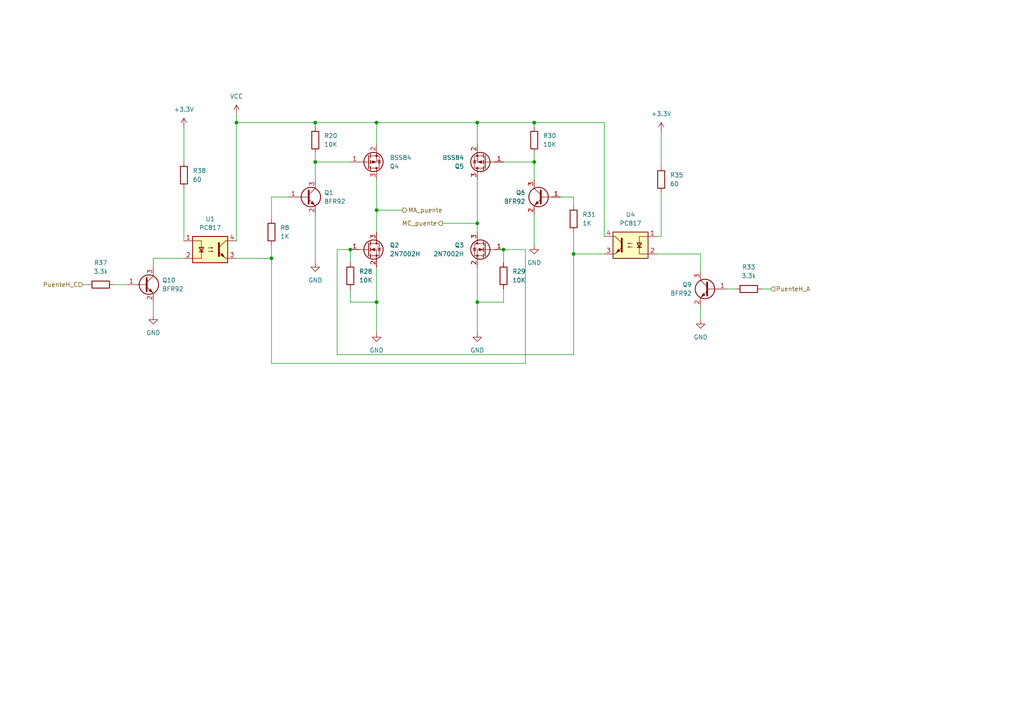
<source format=kicad_sch>
(kicad_sch
	(version 20250114)
	(generator "eeschema")
	(generator_version "9.0")
	(uuid "f60f8e2e-10b7-47d8-add0-f26129faff34")
	(paper "A4")
	(lib_symbols
		(symbol "Device:R"
			(pin_numbers
				(hide yes)
			)
			(pin_names
				(offset 0)
			)
			(exclude_from_sim no)
			(in_bom yes)
			(on_board yes)
			(property "Reference" "R"
				(at 2.032 0 90)
				(effects
					(font
						(size 1.27 1.27)
					)
				)
			)
			(property "Value" "R"
				(at 0 0 90)
				(effects
					(font
						(size 1.27 1.27)
					)
				)
			)
			(property "Footprint" ""
				(at -1.778 0 90)
				(effects
					(font
						(size 1.27 1.27)
					)
					(hide yes)
				)
			)
			(property "Datasheet" "~"
				(at 0 0 0)
				(effects
					(font
						(size 1.27 1.27)
					)
					(hide yes)
				)
			)
			(property "Description" "Resistor"
				(at 0 0 0)
				(effects
					(font
						(size 1.27 1.27)
					)
					(hide yes)
				)
			)
			(property "ki_keywords" "R res resistor"
				(at 0 0 0)
				(effects
					(font
						(size 1.27 1.27)
					)
					(hide yes)
				)
			)
			(property "ki_fp_filters" "R_*"
				(at 0 0 0)
				(effects
					(font
						(size 1.27 1.27)
					)
					(hide yes)
				)
			)
			(symbol "R_0_1"
				(rectangle
					(start -1.016 -2.54)
					(end 1.016 2.54)
					(stroke
						(width 0.254)
						(type default)
					)
					(fill
						(type none)
					)
				)
			)
			(symbol "R_1_1"
				(pin passive line
					(at 0 3.81 270)
					(length 1.27)
					(name "~"
						(effects
							(font
								(size 1.27 1.27)
							)
						)
					)
					(number "1"
						(effects
							(font
								(size 1.27 1.27)
							)
						)
					)
				)
				(pin passive line
					(at 0 -3.81 90)
					(length 1.27)
					(name "~"
						(effects
							(font
								(size 1.27 1.27)
							)
						)
					)
					(number "2"
						(effects
							(font
								(size 1.27 1.27)
							)
						)
					)
				)
			)
			(embedded_fonts no)
		)
		(symbol "Isolator:PC817"
			(pin_names
				(offset 1.016)
			)
			(exclude_from_sim no)
			(in_bom yes)
			(on_board yes)
			(property "Reference" "U"
				(at -5.08 5.08 0)
				(effects
					(font
						(size 1.27 1.27)
					)
					(justify left)
				)
			)
			(property "Value" "PC817"
				(at 0 5.08 0)
				(effects
					(font
						(size 1.27 1.27)
					)
					(justify left)
				)
			)
			(property "Footprint" "Package_DIP:DIP-4_W7.62mm"
				(at -5.08 -5.08 0)
				(effects
					(font
						(size 1.27 1.27)
						(italic yes)
					)
					(justify left)
					(hide yes)
				)
			)
			(property "Datasheet" "http://www.soselectronic.cz/a_info/resource/d/pc817.pdf"
				(at 0 0 0)
				(effects
					(font
						(size 1.27 1.27)
					)
					(justify left)
					(hide yes)
				)
			)
			(property "Description" "DC Optocoupler, Vce 35V, CTR 50-300%, DIP-4"
				(at 0 0 0)
				(effects
					(font
						(size 1.27 1.27)
					)
					(hide yes)
				)
			)
			(property "ki_keywords" "NPN DC Optocoupler"
				(at 0 0 0)
				(effects
					(font
						(size 1.27 1.27)
					)
					(hide yes)
				)
			)
			(property "ki_fp_filters" "DIP*W7.62mm*"
				(at 0 0 0)
				(effects
					(font
						(size 1.27 1.27)
					)
					(hide yes)
				)
			)
			(symbol "PC817_0_1"
				(rectangle
					(start -5.08 3.81)
					(end 5.08 -3.81)
					(stroke
						(width 0.254)
						(type default)
					)
					(fill
						(type background)
					)
				)
				(polyline
					(pts
						(xy -5.08 2.54) (xy -2.54 2.54) (xy -2.54 -0.635)
					)
					(stroke
						(width 0)
						(type default)
					)
					(fill
						(type none)
					)
				)
				(polyline
					(pts
						(xy -3.175 -0.635) (xy -1.905 -0.635)
					)
					(stroke
						(width 0.254)
						(type default)
					)
					(fill
						(type none)
					)
				)
				(polyline
					(pts
						(xy -2.54 -0.635) (xy -2.54 -2.54) (xy -5.08 -2.54)
					)
					(stroke
						(width 0)
						(type default)
					)
					(fill
						(type none)
					)
				)
				(polyline
					(pts
						(xy -2.54 -0.635) (xy -3.175 0.635) (xy -1.905 0.635) (xy -2.54 -0.635)
					)
					(stroke
						(width 0.254)
						(type default)
					)
					(fill
						(type none)
					)
				)
				(polyline
					(pts
						(xy -0.508 0.508) (xy 0.762 0.508) (xy 0.381 0.381) (xy 0.381 0.635) (xy 0.762 0.508)
					)
					(stroke
						(width 0)
						(type default)
					)
					(fill
						(type none)
					)
				)
				(polyline
					(pts
						(xy -0.508 -0.508) (xy 0.762 -0.508) (xy 0.381 -0.635) (xy 0.381 -0.381) (xy 0.762 -0.508)
					)
					(stroke
						(width 0)
						(type default)
					)
					(fill
						(type none)
					)
				)
				(polyline
					(pts
						(xy 2.54 1.905) (xy 2.54 -1.905) (xy 2.54 -1.905)
					)
					(stroke
						(width 0.508)
						(type default)
					)
					(fill
						(type none)
					)
				)
				(polyline
					(pts
						(xy 2.54 0.635) (xy 4.445 2.54)
					)
					(stroke
						(width 0)
						(type default)
					)
					(fill
						(type none)
					)
				)
				(polyline
					(pts
						(xy 3.048 -1.651) (xy 3.556 -1.143) (xy 4.064 -2.159) (xy 3.048 -1.651) (xy 3.048 -1.651)
					)
					(stroke
						(width 0)
						(type default)
					)
					(fill
						(type outline)
					)
				)
				(polyline
					(pts
						(xy 4.445 2.54) (xy 5.08 2.54)
					)
					(stroke
						(width 0)
						(type default)
					)
					(fill
						(type none)
					)
				)
				(polyline
					(pts
						(xy 4.445 -2.54) (xy 2.54 -0.635)
					)
					(stroke
						(width 0)
						(type default)
					)
					(fill
						(type outline)
					)
				)
				(polyline
					(pts
						(xy 4.445 -2.54) (xy 5.08 -2.54)
					)
					(stroke
						(width 0)
						(type default)
					)
					(fill
						(type none)
					)
				)
			)
			(symbol "PC817_1_1"
				(pin passive line
					(at -7.62 2.54 0)
					(length 2.54)
					(name "~"
						(effects
							(font
								(size 1.27 1.27)
							)
						)
					)
					(number "1"
						(effects
							(font
								(size 1.27 1.27)
							)
						)
					)
				)
				(pin passive line
					(at -7.62 -2.54 0)
					(length 2.54)
					(name "~"
						(effects
							(font
								(size 1.27 1.27)
							)
						)
					)
					(number "2"
						(effects
							(font
								(size 1.27 1.27)
							)
						)
					)
				)
				(pin passive line
					(at 7.62 2.54 180)
					(length 2.54)
					(name "~"
						(effects
							(font
								(size 1.27 1.27)
							)
						)
					)
					(number "4"
						(effects
							(font
								(size 1.27 1.27)
							)
						)
					)
				)
				(pin passive line
					(at 7.62 -2.54 180)
					(length 2.54)
					(name "~"
						(effects
							(font
								(size 1.27 1.27)
							)
						)
					)
					(number "3"
						(effects
							(font
								(size 1.27 1.27)
							)
						)
					)
				)
			)
			(embedded_fonts no)
		)
		(symbol "Transistor_BJT:BFR92"
			(pin_names
				(offset 0)
				(hide yes)
			)
			(exclude_from_sim no)
			(in_bom yes)
			(on_board yes)
			(property "Reference" "Q"
				(at 5.08 1.905 0)
				(effects
					(font
						(size 1.27 1.27)
					)
					(justify left)
				)
			)
			(property "Value" "BFR92"
				(at 5.08 0 0)
				(effects
					(font
						(size 1.27 1.27)
					)
					(justify left)
				)
			)
			(property "Footprint" "Package_TO_SOT_SMD:SOT-323_SC-70"
				(at 5.08 -1.905 0)
				(effects
					(font
						(size 1.27 1.27)
						(italic yes)
					)
					(justify left)
					(hide yes)
				)
			)
			(property "Datasheet" "https://assets.nexperia.com/documents/data-sheet/BFR92A_N.pdf"
				(at 0 0 0)
				(effects
					(font
						(size 1.27 1.27)
					)
					(justify left)
					(hide yes)
				)
			)
			(property "Description" "0.025A Ic, 15V Vce, 5GHz Wideband NPN Transistor, SOT-323"
				(at 0 0 0)
				(effects
					(font
						(size 1.27 1.27)
					)
					(hide yes)
				)
			)
			(property "ki_keywords" "RF 5GHz NPN Transistor"
				(at 0 0 0)
				(effects
					(font
						(size 1.27 1.27)
					)
					(hide yes)
				)
			)
			(property "ki_fp_filters" "SOT?323*"
				(at 0 0 0)
				(effects
					(font
						(size 1.27 1.27)
					)
					(hide yes)
				)
			)
			(symbol "BFR92_0_1"
				(polyline
					(pts
						(xy -2.54 0) (xy 0.635 0)
					)
					(stroke
						(width 0)
						(type default)
					)
					(fill
						(type none)
					)
				)
				(polyline
					(pts
						(xy 0.635 1.905) (xy 0.635 -1.905)
					)
					(stroke
						(width 0.508)
						(type default)
					)
					(fill
						(type none)
					)
				)
				(circle
					(center 1.27 0)
					(radius 2.8194)
					(stroke
						(width 0.254)
						(type default)
					)
					(fill
						(type none)
					)
				)
			)
			(symbol "BFR92_1_1"
				(polyline
					(pts
						(xy 0.635 0.635) (xy 2.54 2.54)
					)
					(stroke
						(width 0)
						(type default)
					)
					(fill
						(type none)
					)
				)
				(polyline
					(pts
						(xy 0.635 -0.635) (xy 2.54 -2.54)
					)
					(stroke
						(width 0)
						(type default)
					)
					(fill
						(type none)
					)
				)
				(polyline
					(pts
						(xy 1.27 -1.778) (xy 1.778 -1.27) (xy 2.286 -2.286) (xy 1.27 -1.778)
					)
					(stroke
						(width 0)
						(type default)
					)
					(fill
						(type outline)
					)
				)
				(pin input line
					(at -5.08 0 0)
					(length 2.54)
					(name "B"
						(effects
							(font
								(size 1.27 1.27)
							)
						)
					)
					(number "1"
						(effects
							(font
								(size 1.27 1.27)
							)
						)
					)
				)
				(pin passive line
					(at 2.54 5.08 270)
					(length 2.54)
					(name "C"
						(effects
							(font
								(size 1.27 1.27)
							)
						)
					)
					(number "3"
						(effects
							(font
								(size 1.27 1.27)
							)
						)
					)
				)
				(pin passive line
					(at 2.54 -5.08 90)
					(length 2.54)
					(name "E"
						(effects
							(font
								(size 1.27 1.27)
							)
						)
					)
					(number "2"
						(effects
							(font
								(size 1.27 1.27)
							)
						)
					)
				)
			)
			(embedded_fonts no)
		)
		(symbol "Transistor_FET:2N7002H"
			(pin_names
				(hide yes)
			)
			(exclude_from_sim no)
			(in_bom yes)
			(on_board yes)
			(property "Reference" "Q"
				(at 5.08 1.905 0)
				(effects
					(font
						(size 1.27 1.27)
					)
					(justify left)
				)
			)
			(property "Value" "2N7002H"
				(at 5.08 0 0)
				(effects
					(font
						(size 1.27 1.27)
					)
					(justify left)
				)
			)
			(property "Footprint" "Package_TO_SOT_SMD:SOT-23"
				(at 5.08 -1.905 0)
				(effects
					(font
						(size 1.27 1.27)
						(italic yes)
					)
					(justify left)
					(hide yes)
				)
			)
			(property "Datasheet" "http://www.diodes.com/assets/Datasheets/2N7002H.pdf"
				(at 5.08 -3.81 0)
				(effects
					(font
						(size 1.27 1.27)
					)
					(justify left)
					(hide yes)
				)
			)
			(property "Description" "0.21A Id, 60V Vds, N-Channel MOSFET, SOT-23"
				(at 0 0 0)
				(effects
					(font
						(size 1.27 1.27)
					)
					(hide yes)
				)
			)
			(property "ki_keywords" "N-Channel MOSFET"
				(at 0 0 0)
				(effects
					(font
						(size 1.27 1.27)
					)
					(hide yes)
				)
			)
			(property "ki_fp_filters" "SOT?23*"
				(at 0 0 0)
				(effects
					(font
						(size 1.27 1.27)
					)
					(hide yes)
				)
			)
			(symbol "2N7002H_0_1"
				(polyline
					(pts
						(xy 0.254 1.905) (xy 0.254 -1.905)
					)
					(stroke
						(width 0.254)
						(type default)
					)
					(fill
						(type none)
					)
				)
				(polyline
					(pts
						(xy 0.254 0) (xy -2.54 0)
					)
					(stroke
						(width 0)
						(type default)
					)
					(fill
						(type none)
					)
				)
				(polyline
					(pts
						(xy 0.762 2.286) (xy 0.762 1.27)
					)
					(stroke
						(width 0.254)
						(type default)
					)
					(fill
						(type none)
					)
				)
				(polyline
					(pts
						(xy 0.762 0.508) (xy 0.762 -0.508)
					)
					(stroke
						(width 0.254)
						(type default)
					)
					(fill
						(type none)
					)
				)
				(polyline
					(pts
						(xy 0.762 -1.27) (xy 0.762 -2.286)
					)
					(stroke
						(width 0.254)
						(type default)
					)
					(fill
						(type none)
					)
				)
				(polyline
					(pts
						(xy 0.762 -1.778) (xy 3.302 -1.778) (xy 3.302 1.778) (xy 0.762 1.778)
					)
					(stroke
						(width 0)
						(type default)
					)
					(fill
						(type none)
					)
				)
				(polyline
					(pts
						(xy 1.016 0) (xy 2.032 0.381) (xy 2.032 -0.381) (xy 1.016 0)
					)
					(stroke
						(width 0)
						(type default)
					)
					(fill
						(type outline)
					)
				)
				(circle
					(center 1.651 0)
					(radius 2.794)
					(stroke
						(width 0.254)
						(type default)
					)
					(fill
						(type none)
					)
				)
				(polyline
					(pts
						(xy 2.54 2.54) (xy 2.54 1.778)
					)
					(stroke
						(width 0)
						(type default)
					)
					(fill
						(type none)
					)
				)
				(circle
					(center 2.54 1.778)
					(radius 0.254)
					(stroke
						(width 0)
						(type default)
					)
					(fill
						(type outline)
					)
				)
				(circle
					(center 2.54 -1.778)
					(radius 0.254)
					(stroke
						(width 0)
						(type default)
					)
					(fill
						(type outline)
					)
				)
				(polyline
					(pts
						(xy 2.54 -2.54) (xy 2.54 0) (xy 0.762 0)
					)
					(stroke
						(width 0)
						(type default)
					)
					(fill
						(type none)
					)
				)
				(polyline
					(pts
						(xy 2.794 0.508) (xy 2.921 0.381) (xy 3.683 0.381) (xy 3.81 0.254)
					)
					(stroke
						(width 0)
						(type default)
					)
					(fill
						(type none)
					)
				)
				(polyline
					(pts
						(xy 3.302 0.381) (xy 2.921 -0.254) (xy 3.683 -0.254) (xy 3.302 0.381)
					)
					(stroke
						(width 0)
						(type default)
					)
					(fill
						(type none)
					)
				)
			)
			(symbol "2N7002H_1_1"
				(pin input line
					(at -5.08 0 0)
					(length 2.54)
					(name "G"
						(effects
							(font
								(size 1.27 1.27)
							)
						)
					)
					(number "1"
						(effects
							(font
								(size 1.27 1.27)
							)
						)
					)
				)
				(pin passive line
					(at 2.54 5.08 270)
					(length 2.54)
					(name "D"
						(effects
							(font
								(size 1.27 1.27)
							)
						)
					)
					(number "3"
						(effects
							(font
								(size 1.27 1.27)
							)
						)
					)
				)
				(pin passive line
					(at 2.54 -5.08 90)
					(length 2.54)
					(name "S"
						(effects
							(font
								(size 1.27 1.27)
							)
						)
					)
					(number "2"
						(effects
							(font
								(size 1.27 1.27)
							)
						)
					)
				)
			)
			(embedded_fonts no)
		)
		(symbol "Transistor_FET:BSS84"
			(pin_names
				(hide yes)
			)
			(exclude_from_sim no)
			(in_bom yes)
			(on_board yes)
			(property "Reference" "Q"
				(at 5.08 1.905 0)
				(effects
					(font
						(size 1.27 1.27)
					)
					(justify left)
				)
			)
			(property "Value" "BSS84"
				(at 5.08 0 0)
				(effects
					(font
						(size 1.27 1.27)
					)
					(justify left)
				)
			)
			(property "Footprint" "Package_TO_SOT_SMD:SOT-23"
				(at 5.08 -1.905 0)
				(effects
					(font
						(size 1.27 1.27)
						(italic yes)
					)
					(justify left)
					(hide yes)
				)
			)
			(property "Datasheet" "http://assets.nexperia.com/documents/data-sheet/BSS84.pdf"
				(at 5.08 -3.81 0)
				(effects
					(font
						(size 1.27 1.27)
					)
					(justify left)
					(hide yes)
				)
			)
			(property "Description" "-0.13A Id, -50V Vds, P-Channel MOSFET, SOT-23"
				(at 0 0 0)
				(effects
					(font
						(size 1.27 1.27)
					)
					(hide yes)
				)
			)
			(property "ki_keywords" "P-Channel MOSFET"
				(at 0 0 0)
				(effects
					(font
						(size 1.27 1.27)
					)
					(hide yes)
				)
			)
			(property "ki_fp_filters" "SOT?23*"
				(at 0 0 0)
				(effects
					(font
						(size 1.27 1.27)
					)
					(hide yes)
				)
			)
			(symbol "BSS84_0_1"
				(polyline
					(pts
						(xy 0.254 1.905) (xy 0.254 -1.905)
					)
					(stroke
						(width 0.254)
						(type default)
					)
					(fill
						(type none)
					)
				)
				(polyline
					(pts
						(xy 0.254 0) (xy -2.54 0)
					)
					(stroke
						(width 0)
						(type default)
					)
					(fill
						(type none)
					)
				)
				(polyline
					(pts
						(xy 0.762 2.286) (xy 0.762 1.27)
					)
					(stroke
						(width 0.254)
						(type default)
					)
					(fill
						(type none)
					)
				)
				(polyline
					(pts
						(xy 0.762 1.778) (xy 3.302 1.778) (xy 3.302 -1.778) (xy 0.762 -1.778)
					)
					(stroke
						(width 0)
						(type default)
					)
					(fill
						(type none)
					)
				)
				(polyline
					(pts
						(xy 0.762 0.508) (xy 0.762 -0.508)
					)
					(stroke
						(width 0.254)
						(type default)
					)
					(fill
						(type none)
					)
				)
				(polyline
					(pts
						(xy 0.762 -1.27) (xy 0.762 -2.286)
					)
					(stroke
						(width 0.254)
						(type default)
					)
					(fill
						(type none)
					)
				)
				(circle
					(center 1.651 0)
					(radius 2.794)
					(stroke
						(width 0.254)
						(type default)
					)
					(fill
						(type none)
					)
				)
				(polyline
					(pts
						(xy 2.286 0) (xy 1.27 0.381) (xy 1.27 -0.381) (xy 2.286 0)
					)
					(stroke
						(width 0)
						(type default)
					)
					(fill
						(type outline)
					)
				)
				(polyline
					(pts
						(xy 2.54 2.54) (xy 2.54 1.778)
					)
					(stroke
						(width 0)
						(type default)
					)
					(fill
						(type none)
					)
				)
				(circle
					(center 2.54 1.778)
					(radius 0.254)
					(stroke
						(width 0)
						(type default)
					)
					(fill
						(type outline)
					)
				)
				(circle
					(center 2.54 -1.778)
					(radius 0.254)
					(stroke
						(width 0)
						(type default)
					)
					(fill
						(type outline)
					)
				)
				(polyline
					(pts
						(xy 2.54 -2.54) (xy 2.54 0) (xy 0.762 0)
					)
					(stroke
						(width 0)
						(type default)
					)
					(fill
						(type none)
					)
				)
				(polyline
					(pts
						(xy 2.794 -0.508) (xy 2.921 -0.381) (xy 3.683 -0.381) (xy 3.81 -0.254)
					)
					(stroke
						(width 0)
						(type default)
					)
					(fill
						(type none)
					)
				)
				(polyline
					(pts
						(xy 3.302 -0.381) (xy 2.921 0.254) (xy 3.683 0.254) (xy 3.302 -0.381)
					)
					(stroke
						(width 0)
						(type default)
					)
					(fill
						(type none)
					)
				)
			)
			(symbol "BSS84_1_1"
				(pin input line
					(at -5.08 0 0)
					(length 2.54)
					(name "G"
						(effects
							(font
								(size 1.27 1.27)
							)
						)
					)
					(number "1"
						(effects
							(font
								(size 1.27 1.27)
							)
						)
					)
				)
				(pin passive line
					(at 2.54 5.08 270)
					(length 2.54)
					(name "D"
						(effects
							(font
								(size 1.27 1.27)
							)
						)
					)
					(number "3"
						(effects
							(font
								(size 1.27 1.27)
							)
						)
					)
				)
				(pin passive line
					(at 2.54 -5.08 90)
					(length 2.54)
					(name "S"
						(effects
							(font
								(size 1.27 1.27)
							)
						)
					)
					(number "2"
						(effects
							(font
								(size 1.27 1.27)
							)
						)
					)
				)
			)
			(embedded_fonts no)
		)
		(symbol "power:+3.3V"
			(power)
			(pin_numbers
				(hide yes)
			)
			(pin_names
				(offset 0)
				(hide yes)
			)
			(exclude_from_sim no)
			(in_bom yes)
			(on_board yes)
			(property "Reference" "#PWR"
				(at 0 -3.81 0)
				(effects
					(font
						(size 1.27 1.27)
					)
					(hide yes)
				)
			)
			(property "Value" "+3.3V"
				(at 0 3.556 0)
				(effects
					(font
						(size 1.27 1.27)
					)
				)
			)
			(property "Footprint" ""
				(at 0 0 0)
				(effects
					(font
						(size 1.27 1.27)
					)
					(hide yes)
				)
			)
			(property "Datasheet" ""
				(at 0 0 0)
				(effects
					(font
						(size 1.27 1.27)
					)
					(hide yes)
				)
			)
			(property "Description" "Power symbol creates a global label with name \"+3.3V\""
				(at 0 0 0)
				(effects
					(font
						(size 1.27 1.27)
					)
					(hide yes)
				)
			)
			(property "ki_keywords" "global power"
				(at 0 0 0)
				(effects
					(font
						(size 1.27 1.27)
					)
					(hide yes)
				)
			)
			(symbol "+3.3V_0_1"
				(polyline
					(pts
						(xy -0.762 1.27) (xy 0 2.54)
					)
					(stroke
						(width 0)
						(type default)
					)
					(fill
						(type none)
					)
				)
				(polyline
					(pts
						(xy 0 2.54) (xy 0.762 1.27)
					)
					(stroke
						(width 0)
						(type default)
					)
					(fill
						(type none)
					)
				)
				(polyline
					(pts
						(xy 0 0) (xy 0 2.54)
					)
					(stroke
						(width 0)
						(type default)
					)
					(fill
						(type none)
					)
				)
			)
			(symbol "+3.3V_1_1"
				(pin power_in line
					(at 0 0 90)
					(length 0)
					(name "~"
						(effects
							(font
								(size 1.27 1.27)
							)
						)
					)
					(number "1"
						(effects
							(font
								(size 1.27 1.27)
							)
						)
					)
				)
			)
			(embedded_fonts no)
		)
		(symbol "power:GND"
			(power)
			(pin_numbers
				(hide yes)
			)
			(pin_names
				(offset 0)
				(hide yes)
			)
			(exclude_from_sim no)
			(in_bom yes)
			(on_board yes)
			(property "Reference" "#PWR"
				(at 0 -6.35 0)
				(effects
					(font
						(size 1.27 1.27)
					)
					(hide yes)
				)
			)
			(property "Value" "GND"
				(at 0 -3.81 0)
				(effects
					(font
						(size 1.27 1.27)
					)
				)
			)
			(property "Footprint" ""
				(at 0 0 0)
				(effects
					(font
						(size 1.27 1.27)
					)
					(hide yes)
				)
			)
			(property "Datasheet" ""
				(at 0 0 0)
				(effects
					(font
						(size 1.27 1.27)
					)
					(hide yes)
				)
			)
			(property "Description" "Power symbol creates a global label with name \"GND\" , ground"
				(at 0 0 0)
				(effects
					(font
						(size 1.27 1.27)
					)
					(hide yes)
				)
			)
			(property "ki_keywords" "global power"
				(at 0 0 0)
				(effects
					(font
						(size 1.27 1.27)
					)
					(hide yes)
				)
			)
			(symbol "GND_0_1"
				(polyline
					(pts
						(xy 0 0) (xy 0 -1.27) (xy 1.27 -1.27) (xy 0 -2.54) (xy -1.27 -1.27) (xy 0 -1.27)
					)
					(stroke
						(width 0)
						(type default)
					)
					(fill
						(type none)
					)
				)
			)
			(symbol "GND_1_1"
				(pin power_in line
					(at 0 0 270)
					(length 0)
					(name "~"
						(effects
							(font
								(size 1.27 1.27)
							)
						)
					)
					(number "1"
						(effects
							(font
								(size 1.27 1.27)
							)
						)
					)
				)
			)
			(embedded_fonts no)
		)
		(symbol "power:VCC"
			(power)
			(pin_numbers
				(hide yes)
			)
			(pin_names
				(offset 0)
				(hide yes)
			)
			(exclude_from_sim no)
			(in_bom yes)
			(on_board yes)
			(property "Reference" "#PWR"
				(at 0 -3.81 0)
				(effects
					(font
						(size 1.27 1.27)
					)
					(hide yes)
				)
			)
			(property "Value" "VCC"
				(at 0 3.556 0)
				(effects
					(font
						(size 1.27 1.27)
					)
				)
			)
			(property "Footprint" ""
				(at 0 0 0)
				(effects
					(font
						(size 1.27 1.27)
					)
					(hide yes)
				)
			)
			(property "Datasheet" ""
				(at 0 0 0)
				(effects
					(font
						(size 1.27 1.27)
					)
					(hide yes)
				)
			)
			(property "Description" "Power symbol creates a global label with name \"VCC\""
				(at 0 0 0)
				(effects
					(font
						(size 1.27 1.27)
					)
					(hide yes)
				)
			)
			(property "ki_keywords" "global power"
				(at 0 0 0)
				(effects
					(font
						(size 1.27 1.27)
					)
					(hide yes)
				)
			)
			(symbol "VCC_0_1"
				(polyline
					(pts
						(xy -0.762 1.27) (xy 0 2.54)
					)
					(stroke
						(width 0)
						(type default)
					)
					(fill
						(type none)
					)
				)
				(polyline
					(pts
						(xy 0 2.54) (xy 0.762 1.27)
					)
					(stroke
						(width 0)
						(type default)
					)
					(fill
						(type none)
					)
				)
				(polyline
					(pts
						(xy 0 0) (xy 0 2.54)
					)
					(stroke
						(width 0)
						(type default)
					)
					(fill
						(type none)
					)
				)
			)
			(symbol "VCC_1_1"
				(pin power_in line
					(at 0 0 90)
					(length 0)
					(name "~"
						(effects
							(font
								(size 1.27 1.27)
							)
						)
					)
					(number "1"
						(effects
							(font
								(size 1.27 1.27)
							)
						)
					)
				)
			)
			(embedded_fonts no)
		)
	)
	(junction
		(at 166.37 73.66)
		(diameter 0)
		(color 0 0 0 0)
		(uuid "0645ba93-179e-4564-bd4a-42d24c5c56c3")
	)
	(junction
		(at 138.43 35.56)
		(diameter 0)
		(color 0 0 0 0)
		(uuid "0b29df11-a702-4685-a121-99ff257c1ae0")
	)
	(junction
		(at 109.22 35.56)
		(diameter 0)
		(color 0 0 0 0)
		(uuid "14bd32dd-e04c-49da-917e-c07b5263714e")
	)
	(junction
		(at 154.94 46.99)
		(diameter 0)
		(color 0 0 0 0)
		(uuid "19a405b0-eb83-480f-8a61-b3db1c397118")
	)
	(junction
		(at 138.43 87.63)
		(diameter 0)
		(color 0 0 0 0)
		(uuid "2451b632-a6fd-4156-862e-db21c306df4e")
	)
	(junction
		(at 91.44 35.56)
		(diameter 0)
		(color 0 0 0 0)
		(uuid "2d0ee4e5-457b-45f8-93c6-2d4ed384ede6")
	)
	(junction
		(at 91.44 46.99)
		(diameter 0)
		(color 0 0 0 0)
		(uuid "310ff370-1cc9-4046-93bc-192b7c6d9803")
	)
	(junction
		(at 138.43 64.77)
		(diameter 0)
		(color 0 0 0 0)
		(uuid "5e2e68b3-d794-473e-9882-696b167370b3")
	)
	(junction
		(at 68.58 35.56)
		(diameter 0)
		(color 0 0 0 0)
		(uuid "6ccdefb4-8723-43dd-9291-9f663bc8757f")
	)
	(junction
		(at 154.94 35.56)
		(diameter 0)
		(color 0 0 0 0)
		(uuid "ba1487b4-8291-404c-abf7-e8b0c00025f5")
	)
	(junction
		(at 109.22 87.63)
		(diameter 0)
		(color 0 0 0 0)
		(uuid "bc73bd7c-780e-4db7-b5ac-b01fbe60de66")
	)
	(junction
		(at 146.05 72.39)
		(diameter 0)
		(color 0 0 0 0)
		(uuid "de2a178c-b3b9-4f1e-aa0e-258224470555")
	)
	(junction
		(at 78.74 74.93)
		(diameter 0)
		(color 0 0 0 0)
		(uuid "e6f61f61-054c-4aad-9f52-4b906202603e")
	)
	(junction
		(at 101.6 72.39)
		(diameter 0)
		(color 0 0 0 0)
		(uuid "eef7b4e5-d6bc-492d-86cc-4f16b39a8429")
	)
	(junction
		(at 109.22 60.96)
		(diameter 0)
		(color 0 0 0 0)
		(uuid "f5e277b1-8e0f-442d-a529-a647ddaaceac")
	)
	(wire
		(pts
			(xy 166.37 73.66) (xy 166.37 67.31)
		)
		(stroke
			(width 0)
			(type default)
		)
		(uuid "032b2c59-7f73-43ac-a0fc-4c878c29bf5c")
	)
	(wire
		(pts
			(xy 44.45 74.93) (xy 44.45 77.47)
		)
		(stroke
			(width 0)
			(type default)
		)
		(uuid "118193bb-938c-4a21-aece-cdf5c8e3e264")
	)
	(wire
		(pts
			(xy 138.43 41.91) (xy 138.43 35.56)
		)
		(stroke
			(width 0)
			(type default)
		)
		(uuid "12111463-cb45-4ec1-8f50-ff7e7517662e")
	)
	(wire
		(pts
			(xy 175.26 68.58) (xy 175.26 35.56)
		)
		(stroke
			(width 0)
			(type default)
		)
		(uuid "148f2cfb-c1a2-4ec6-aab7-d9094fca3d11")
	)
	(wire
		(pts
			(xy 154.94 44.45) (xy 154.94 46.99)
		)
		(stroke
			(width 0)
			(type default)
		)
		(uuid "16d2760d-5fd2-490f-b106-85ed47fc408d")
	)
	(wire
		(pts
			(xy 203.2 78.74) (xy 203.2 73.66)
		)
		(stroke
			(width 0)
			(type default)
		)
		(uuid "1915cef0-e58d-45e3-954e-b8b16301238a")
	)
	(wire
		(pts
			(xy 109.22 35.56) (xy 138.43 35.56)
		)
		(stroke
			(width 0)
			(type default)
		)
		(uuid "25c0ae4d-b003-4426-9599-4239c2c7f838")
	)
	(wire
		(pts
			(xy 24.13 82.55) (xy 25.4 82.55)
		)
		(stroke
			(width 0)
			(type default)
		)
		(uuid "2eae69bf-f569-4551-82d9-03eb46135603")
	)
	(wire
		(pts
			(xy 146.05 76.2) (xy 146.05 72.39)
		)
		(stroke
			(width 0)
			(type default)
		)
		(uuid "2f5cd1fb-988b-473a-8f1e-445b36945b14")
	)
	(wire
		(pts
			(xy 97.79 102.87) (xy 97.79 72.39)
		)
		(stroke
			(width 0)
			(type default)
		)
		(uuid "31a2d429-24aa-4042-b712-c0224bbd2692")
	)
	(wire
		(pts
			(xy 166.37 102.87) (xy 97.79 102.87)
		)
		(stroke
			(width 0)
			(type default)
		)
		(uuid "33f593aa-d873-454c-8e47-8312b1af98b0")
	)
	(wire
		(pts
			(xy 109.22 35.56) (xy 91.44 35.56)
		)
		(stroke
			(width 0)
			(type default)
		)
		(uuid "3a93848e-37ed-43e8-81a9-831d7e87eeaa")
	)
	(wire
		(pts
			(xy 138.43 52.07) (xy 138.43 64.77)
		)
		(stroke
			(width 0)
			(type default)
		)
		(uuid "3ab7df8d-e695-4a81-b304-3d7f0b3c1805")
	)
	(wire
		(pts
			(xy 101.6 76.2) (xy 101.6 72.39)
		)
		(stroke
			(width 0)
			(type default)
		)
		(uuid "3c8a8c6c-4ff7-413c-a762-149cecd4b028")
	)
	(wire
		(pts
			(xy 166.37 59.69) (xy 166.37 57.15)
		)
		(stroke
			(width 0)
			(type default)
		)
		(uuid "4567a41a-c6f6-4533-a232-05498b277358")
	)
	(wire
		(pts
			(xy 78.74 71.12) (xy 78.74 74.93)
		)
		(stroke
			(width 0)
			(type default)
		)
		(uuid "496a9eb8-23e2-4ca4-9fc7-ab2d284c8add")
	)
	(wire
		(pts
			(xy 78.74 105.41) (xy 78.74 74.93)
		)
		(stroke
			(width 0)
			(type default)
		)
		(uuid "4d19b9fd-48b2-41fa-8bc2-c7d35372d65c")
	)
	(wire
		(pts
			(xy 91.44 62.23) (xy 91.44 76.2)
		)
		(stroke
			(width 0)
			(type default)
		)
		(uuid "53a713c5-f821-43ed-b7ce-94b8d731c74b")
	)
	(wire
		(pts
			(xy 68.58 35.56) (xy 91.44 35.56)
		)
		(stroke
			(width 0)
			(type default)
		)
		(uuid "540a749a-67c9-4ba5-aa4d-2606927f2dbe")
	)
	(wire
		(pts
			(xy 146.05 83.82) (xy 146.05 87.63)
		)
		(stroke
			(width 0)
			(type default)
		)
		(uuid "5e5df8b5-93aa-44d2-9e22-07e59700e035")
	)
	(wire
		(pts
			(xy 175.26 35.56) (xy 154.94 35.56)
		)
		(stroke
			(width 0)
			(type default)
		)
		(uuid "62b12467-ec30-4da2-853c-7db99d1ca86c")
	)
	(wire
		(pts
			(xy 68.58 69.85) (xy 68.58 35.56)
		)
		(stroke
			(width 0)
			(type default)
		)
		(uuid "68fdedf7-0bad-47c9-9217-e4eb267c00de")
	)
	(wire
		(pts
			(xy 128.27 64.77) (xy 138.43 64.77)
		)
		(stroke
			(width 0)
			(type default)
		)
		(uuid "6943c3e0-4631-4b4e-bb35-11e081208b7c")
	)
	(wire
		(pts
			(xy 53.34 69.85) (xy 53.34 54.61)
		)
		(stroke
			(width 0)
			(type default)
		)
		(uuid "6aaf3e08-b0a5-4f9d-ad4b-2e9210cd4cb9")
	)
	(wire
		(pts
			(xy 191.77 55.88) (xy 191.77 68.58)
		)
		(stroke
			(width 0)
			(type default)
		)
		(uuid "6b1dd7be-9446-4861-8ee7-41a2352fe507")
	)
	(wire
		(pts
			(xy 78.74 105.41) (xy 152.4 105.41)
		)
		(stroke
			(width 0)
			(type default)
		)
		(uuid "73882fab-7352-4073-9573-02af467bc84c")
	)
	(wire
		(pts
			(xy 44.45 74.93) (xy 53.34 74.93)
		)
		(stroke
			(width 0)
			(type default)
		)
		(uuid "76d89e6e-41c3-45de-854c-70253db81af2")
	)
	(wire
		(pts
			(xy 91.44 46.99) (xy 91.44 52.07)
		)
		(stroke
			(width 0)
			(type default)
		)
		(uuid "784b69a5-51a3-4168-ab6d-5294bfa292f3")
	)
	(wire
		(pts
			(xy 154.94 62.23) (xy 154.94 71.12)
		)
		(stroke
			(width 0)
			(type default)
		)
		(uuid "79ec3601-d360-4379-81d1-fcf60eff48f3")
	)
	(wire
		(pts
			(xy 91.44 44.45) (xy 91.44 46.99)
		)
		(stroke
			(width 0)
			(type default)
		)
		(uuid "7e9b74ea-ef53-4d82-8a88-07e5f1a77db5")
	)
	(wire
		(pts
			(xy 138.43 77.47) (xy 138.43 87.63)
		)
		(stroke
			(width 0)
			(type default)
		)
		(uuid "88defd30-8995-4f41-9e23-8f5a22a4daf7")
	)
	(wire
		(pts
			(xy 175.26 73.66) (xy 166.37 73.66)
		)
		(stroke
			(width 0)
			(type default)
		)
		(uuid "8c02956c-dab1-4190-af6a-072d10c9d914")
	)
	(wire
		(pts
			(xy 68.58 33.02) (xy 68.58 35.56)
		)
		(stroke
			(width 0)
			(type default)
		)
		(uuid "8d21c49a-d6ae-41ee-8c02-847246dae2bb")
	)
	(wire
		(pts
			(xy 191.77 68.58) (xy 190.5 68.58)
		)
		(stroke
			(width 0)
			(type default)
		)
		(uuid "920c862c-1310-4f31-bb07-59de2c444c79")
	)
	(wire
		(pts
			(xy 152.4 105.41) (xy 152.4 72.39)
		)
		(stroke
			(width 0)
			(type default)
		)
		(uuid "97eb06ba-9026-476d-91e8-c9e27c5e9ca5")
	)
	(wire
		(pts
			(xy 210.82 83.82) (xy 213.36 83.82)
		)
		(stroke
			(width 0)
			(type default)
		)
		(uuid "99f49846-cf01-4063-a5ac-24d294b11db9")
	)
	(wire
		(pts
			(xy 97.79 72.39) (xy 101.6 72.39)
		)
		(stroke
			(width 0)
			(type default)
		)
		(uuid "9e56ded8-b51b-4e4a-bcf3-7f271df164c7")
	)
	(wire
		(pts
			(xy 109.22 52.07) (xy 109.22 60.96)
		)
		(stroke
			(width 0)
			(type default)
		)
		(uuid "9e79bb98-c8be-4bc9-a980-083840e86e7b")
	)
	(wire
		(pts
			(xy 78.74 57.15) (xy 78.74 63.5)
		)
		(stroke
			(width 0)
			(type default)
		)
		(uuid "9f02d08e-6005-4208-a043-c538d09d6c92")
	)
	(wire
		(pts
			(xy 138.43 35.56) (xy 154.94 35.56)
		)
		(stroke
			(width 0)
			(type default)
		)
		(uuid "a6538753-11cc-43a7-a5f7-96949cbd2dac")
	)
	(wire
		(pts
			(xy 53.34 36.83) (xy 53.34 46.99)
		)
		(stroke
			(width 0)
			(type default)
		)
		(uuid "a6db7819-999a-4fe7-badf-a0b71c11afca")
	)
	(wire
		(pts
			(xy 91.44 36.83) (xy 91.44 35.56)
		)
		(stroke
			(width 0)
			(type default)
		)
		(uuid "a94d98cb-7d8e-4aa2-b916-62888ceb476a")
	)
	(wire
		(pts
			(xy 101.6 46.99) (xy 91.44 46.99)
		)
		(stroke
			(width 0)
			(type default)
		)
		(uuid "ac0e84a2-7f4d-4baa-b8b0-aa0ad6e107c2")
	)
	(wire
		(pts
			(xy 191.77 38.1) (xy 191.77 48.26)
		)
		(stroke
			(width 0)
			(type default)
		)
		(uuid "ad9b64f4-a0a0-4728-ba37-458b13f48980")
	)
	(wire
		(pts
			(xy 109.22 41.91) (xy 109.22 35.56)
		)
		(stroke
			(width 0)
			(type default)
		)
		(uuid "aff7f44e-317d-48a2-8ef2-a273c5017b28")
	)
	(wire
		(pts
			(xy 109.22 77.47) (xy 109.22 87.63)
		)
		(stroke
			(width 0)
			(type default)
		)
		(uuid "b34264e9-6ec1-4ea9-91a8-b179b61f3a30")
	)
	(wire
		(pts
			(xy 101.6 87.63) (xy 109.22 87.63)
		)
		(stroke
			(width 0)
			(type default)
		)
		(uuid "bca61fd1-ba61-4813-8f63-88435dbe5f12")
	)
	(wire
		(pts
			(xy 152.4 72.39) (xy 146.05 72.39)
		)
		(stroke
			(width 0)
			(type default)
		)
		(uuid "beb50720-ebe6-4f3e-af97-c58067cba8f8")
	)
	(wire
		(pts
			(xy 190.5 73.66) (xy 203.2 73.66)
		)
		(stroke
			(width 0)
			(type default)
		)
		(uuid "c3925616-7016-4c0b-ae8e-44720e44ab78")
	)
	(wire
		(pts
			(xy 83.82 57.15) (xy 78.74 57.15)
		)
		(stroke
			(width 0)
			(type default)
		)
		(uuid "c91524c4-d83c-4949-8c59-48ce6243b465")
	)
	(wire
		(pts
			(xy 154.94 36.83) (xy 154.94 35.56)
		)
		(stroke
			(width 0)
			(type default)
		)
		(uuid "cca9f24c-169f-4375-9f90-cd4c22bd1fd9")
	)
	(wire
		(pts
			(xy 109.22 87.63) (xy 109.22 96.52)
		)
		(stroke
			(width 0)
			(type default)
		)
		(uuid "d0e03d6e-b77d-4a71-9305-a17ba0228e68")
	)
	(wire
		(pts
			(xy 154.94 46.99) (xy 146.05 46.99)
		)
		(stroke
			(width 0)
			(type default)
		)
		(uuid "d2b79a44-afed-45e0-8aa3-cd20f18b3ab3")
	)
	(wire
		(pts
			(xy 109.22 60.96) (xy 109.22 67.31)
		)
		(stroke
			(width 0)
			(type default)
		)
		(uuid "d7fa102a-2155-4514-afcc-f0b89b18d033")
	)
	(wire
		(pts
			(xy 36.83 82.55) (xy 33.02 82.55)
		)
		(stroke
			(width 0)
			(type default)
		)
		(uuid "dcf6f5d1-6bed-4ecc-84a2-43e40b6da828")
	)
	(wire
		(pts
			(xy 203.2 88.9) (xy 203.2 92.71)
		)
		(stroke
			(width 0)
			(type default)
		)
		(uuid "ddd36589-b0f8-4130-81e5-38afb373fae1")
	)
	(wire
		(pts
			(xy 154.94 46.99) (xy 154.94 52.07)
		)
		(stroke
			(width 0)
			(type default)
		)
		(uuid "e090b882-d48a-49c7-bd7c-f9d3a98b63c8")
	)
	(wire
		(pts
			(xy 166.37 73.66) (xy 166.37 102.87)
		)
		(stroke
			(width 0)
			(type default)
		)
		(uuid "e363e150-d088-4d98-8032-248f3d3f9dfb")
	)
	(wire
		(pts
			(xy 138.43 87.63) (xy 146.05 87.63)
		)
		(stroke
			(width 0)
			(type default)
		)
		(uuid "e53b3150-02bb-48a2-837c-1c3f67ef0d90")
	)
	(wire
		(pts
			(xy 138.43 87.63) (xy 138.43 96.52)
		)
		(stroke
			(width 0)
			(type default)
		)
		(uuid "e798ff05-4463-4e2b-b4b5-18ae82185111")
	)
	(wire
		(pts
			(xy 109.22 60.96) (xy 116.84 60.96)
		)
		(stroke
			(width 0)
			(type default)
		)
		(uuid "e86f23e8-2e95-47ee-af43-d1ea0b97717b")
	)
	(wire
		(pts
			(xy 223.52 83.82) (xy 220.98 83.82)
		)
		(stroke
			(width 0)
			(type default)
		)
		(uuid "ea31fa13-0a14-47af-a1e0-96b80a4cd6c3")
	)
	(wire
		(pts
			(xy 138.43 64.77) (xy 138.43 67.31)
		)
		(stroke
			(width 0)
			(type default)
		)
		(uuid "ef20dd8b-4cfd-4f94-b9ff-6aa9e8d8b9c6")
	)
	(wire
		(pts
			(xy 101.6 83.82) (xy 101.6 87.63)
		)
		(stroke
			(width 0)
			(type default)
		)
		(uuid "f4ffb9b5-5254-41b8-aa1b-baf294afd5f5")
	)
	(wire
		(pts
			(xy 78.74 74.93) (xy 68.58 74.93)
		)
		(stroke
			(width 0)
			(type default)
		)
		(uuid "f528fd9d-b79d-447d-a162-e4fa0cc98cc1")
	)
	(wire
		(pts
			(xy 44.45 87.63) (xy 44.45 91.44)
		)
		(stroke
			(width 0)
			(type default)
		)
		(uuid "fee40a85-04e5-41cf-a603-e6f1e031c4e9")
	)
	(wire
		(pts
			(xy 166.37 57.15) (xy 162.56 57.15)
		)
		(stroke
			(width 0)
			(type default)
		)
		(uuid "ffeee4f1-d98a-4df0-83eb-9730a8228aea")
	)
	(hierarchical_label "PuenteH_A"
		(shape input)
		(at 223.52 83.82 0)
		(effects
			(font
				(size 1.27 1.27)
			)
			(justify left)
		)
		(uuid "008f1e51-e4b1-460a-98c9-368fbc71f8a9")
	)
	(hierarchical_label "PuenteH_C"
		(shape input)
		(at 24.13 82.55 180)
		(effects
			(font
				(size 1.27 1.27)
			)
			(justify right)
		)
		(uuid "0c15a637-2f51-4f10-b24f-c10a9c143c71")
	)
	(hierarchical_label "MC_puente"
		(shape output)
		(at 128.27 64.77 180)
		(effects
			(font
				(size 1.27 1.27)
			)
			(justify right)
		)
		(uuid "5d0cf076-78b3-446c-9128-55c95cb1fd2b")
	)
	(hierarchical_label "MA_puente"
		(shape output)
		(at 116.84 60.96 0)
		(effects
			(font
				(size 1.27 1.27)
			)
			(justify left)
		)
		(uuid "a7fbd3d6-d150-41a7-a0d3-8c0b9ebf7845")
	)
	(symbol
		(lib_id "Transistor_FET:2N7002H")
		(at 140.97 72.39 0)
		(mirror y)
		(unit 1)
		(exclude_from_sim no)
		(in_bom yes)
		(on_board yes)
		(dnp no)
		(uuid "05af25b6-360b-4664-9a05-6807fc8d8055")
		(property "Reference" "Q3"
			(at 134.62 71.1199 0)
			(effects
				(font
					(size 1.27 1.27)
				)
				(justify left)
			)
		)
		(property "Value" "2N7002H"
			(at 134.62 73.6599 0)
			(effects
				(font
					(size 1.27 1.27)
				)
				(justify left)
			)
		)
		(property "Footprint" "Package_TO_SOT_SMD:SOT-23"
			(at 135.89 74.295 0)
			(effects
				(font
					(size 1.27 1.27)
					(italic yes)
				)
				(justify left)
				(hide yes)
			)
		)
		(property "Datasheet" "http://www.diodes.com/assets/Datasheets/2N7002H.pdf"
			(at 135.89 76.2 0)
			(effects
				(font
					(size 1.27 1.27)
				)
				(justify left)
				(hide yes)
			)
		)
		(property "Description" "0.21A Id, 60V Vds, N-Channel MOSFET, SOT-23"
			(at 140.97 72.39 0)
			(effects
				(font
					(size 1.27 1.27)
				)
				(hide yes)
			)
		)
		(pin "3"
			(uuid "6a81ca45-9447-4e8a-9ea2-d5f101118636")
		)
		(pin "1"
			(uuid "93c4f072-77c6-4016-9c49-1fe82dcb956a")
		)
		(pin "2"
			(uuid "99ee774d-9719-4aac-bc83-d9deadb9c24b")
		)
		(instances
			(project "Micro_puerta"
				(path "/1b977d99-1d22-4971-9e37-13f65a474bc7/be4a5a19-382f-465e-8ce7-b4d36dda7d2a/f37f3d81-c124-4514-96cc-c3f6281f6816"
					(reference "Q3")
					(unit 1)
				)
			)
		)
	)
	(symbol
		(lib_id "Transistor_BJT:BFR92")
		(at 157.48 57.15 0)
		(mirror y)
		(unit 1)
		(exclude_from_sim no)
		(in_bom yes)
		(on_board yes)
		(dnp no)
		(uuid "0bfac645-7cb5-474e-ac35-2b2524a820db")
		(property "Reference" "Q6"
			(at 152.4 55.8799 0)
			(effects
				(font
					(size 1.27 1.27)
				)
				(justify left)
			)
		)
		(property "Value" "BFR92"
			(at 152.4 58.4199 0)
			(effects
				(font
					(size 1.27 1.27)
				)
				(justify left)
			)
		)
		(property "Footprint" "Package_TO_SOT_SMD:SOT-323_SC-70"
			(at 152.4 59.055 0)
			(effects
				(font
					(size 1.27 1.27)
					(italic yes)
				)
				(justify left)
				(hide yes)
			)
		)
		(property "Datasheet" "https://assets.nexperia.com/documents/data-sheet/BFR92A_N.pdf"
			(at 157.48 57.15 0)
			(effects
				(font
					(size 1.27 1.27)
				)
				(justify left)
				(hide yes)
			)
		)
		(property "Description" "0.025A Ic, 15V Vce, 5GHz Wideband NPN Transistor, SOT-323"
			(at 157.48 57.15 0)
			(effects
				(font
					(size 1.27 1.27)
				)
				(hide yes)
			)
		)
		(pin "1"
			(uuid "2ccf26a2-55ef-41d2-bb1b-6c289c349de9")
		)
		(pin "2"
			(uuid "420bc29c-3c03-45c1-943e-36d25ec727b9")
		)
		(pin "3"
			(uuid "33c046fb-f257-4a85-ab9b-a76dae64683d")
		)
		(instances
			(project "Micro_puerta"
				(path "/1b977d99-1d22-4971-9e37-13f65a474bc7/be4a5a19-382f-465e-8ce7-b4d36dda7d2a/f37f3d81-c124-4514-96cc-c3f6281f6816"
					(reference "Q6")
					(unit 1)
				)
			)
		)
	)
	(symbol
		(lib_id "Device:R")
		(at 166.37 63.5 0)
		(unit 1)
		(exclude_from_sim no)
		(in_bom yes)
		(on_board yes)
		(dnp no)
		(fields_autoplaced yes)
		(uuid "10a8f412-648f-47c2-97b0-d89a1321024c")
		(property "Reference" "R31"
			(at 168.91 62.2299 0)
			(effects
				(font
					(size 1.27 1.27)
				)
				(justify left)
			)
		)
		(property "Value" "1K"
			(at 168.91 64.7699 0)
			(effects
				(font
					(size 1.27 1.27)
				)
				(justify left)
			)
		)
		(property "Footprint" "Resistor_SMD:R_0603_1608Metric"
			(at 164.592 63.5 90)
			(effects
				(font
					(size 1.27 1.27)
				)
				(hide yes)
			)
		)
		(property "Datasheet" "~"
			(at 166.37 63.5 0)
			(effects
				(font
					(size 1.27 1.27)
				)
				(hide yes)
			)
		)
		(property "Description" "Resistor"
			(at 166.37 63.5 0)
			(effects
				(font
					(size 1.27 1.27)
				)
				(hide yes)
			)
		)
		(pin "2"
			(uuid "a00a916f-14c7-4326-b3b5-e003c93f6bfe")
		)
		(pin "1"
			(uuid "0b217f08-69a2-46e2-bae4-65958b6da84d")
		)
		(instances
			(project "Micro_puerta"
				(path "/1b977d99-1d22-4971-9e37-13f65a474bc7/be4a5a19-382f-465e-8ce7-b4d36dda7d2a/f37f3d81-c124-4514-96cc-c3f6281f6816"
					(reference "R31")
					(unit 1)
				)
			)
		)
	)
	(symbol
		(lib_id "Transistor_BJT:BFR92")
		(at 205.74 83.82 0)
		(mirror y)
		(unit 1)
		(exclude_from_sim no)
		(in_bom yes)
		(on_board yes)
		(dnp no)
		(uuid "178dccdf-321c-433a-9325-e8ea66d383b9")
		(property "Reference" "Q9"
			(at 200.66 82.5499 0)
			(effects
				(font
					(size 1.27 1.27)
				)
				(justify left)
			)
		)
		(property "Value" "BFR92"
			(at 200.66 85.0899 0)
			(effects
				(font
					(size 1.27 1.27)
				)
				(justify left)
			)
		)
		(property "Footprint" "Package_TO_SOT_SMD:SOT-323_SC-70"
			(at 200.66 85.725 0)
			(effects
				(font
					(size 1.27 1.27)
					(italic yes)
				)
				(justify left)
				(hide yes)
			)
		)
		(property "Datasheet" "https://assets.nexperia.com/documents/data-sheet/BFR92A_N.pdf"
			(at 205.74 83.82 0)
			(effects
				(font
					(size 1.27 1.27)
				)
				(justify left)
				(hide yes)
			)
		)
		(property "Description" "0.025A Ic, 15V Vce, 5GHz Wideband NPN Transistor, SOT-323"
			(at 205.74 83.82 0)
			(effects
				(font
					(size 1.27 1.27)
				)
				(hide yes)
			)
		)
		(pin "1"
			(uuid "9a28bbd4-7e6e-4dd2-834e-3bdc3f725e43")
		)
		(pin "2"
			(uuid "a10d74d4-1424-48aa-9ed3-ac9c53adc080")
		)
		(pin "3"
			(uuid "123451d7-8314-4371-bdf0-b4dcfbb5a90c")
		)
		(instances
			(project "MICROOO PUERTA"
				(path "/1b977d99-1d22-4971-9e37-13f65a474bc7/be4a5a19-382f-465e-8ce7-b4d36dda7d2a/f37f3d81-c124-4514-96cc-c3f6281f6816"
					(reference "Q9")
					(unit 1)
				)
			)
		)
	)
	(symbol
		(lib_id "Transistor_BJT:BFR92")
		(at 41.91 82.55 0)
		(unit 1)
		(exclude_from_sim no)
		(in_bom yes)
		(on_board yes)
		(dnp no)
		(uuid "1fa8fd0b-97f5-48de-a6f9-79679d5fcf27")
		(property "Reference" "Q10"
			(at 46.99 81.2799 0)
			(effects
				(font
					(size 1.27 1.27)
				)
				(justify left)
			)
		)
		(property "Value" "BFR92"
			(at 46.99 83.8199 0)
			(effects
				(font
					(size 1.27 1.27)
				)
				(justify left)
			)
		)
		(property "Footprint" "Package_TO_SOT_SMD:SOT-323_SC-70"
			(at 46.99 84.455 0)
			(effects
				(font
					(size 1.27 1.27)
					(italic yes)
				)
				(justify left)
				(hide yes)
			)
		)
		(property "Datasheet" "https://assets.nexperia.com/documents/data-sheet/BFR92A_N.pdf"
			(at 41.91 82.55 0)
			(effects
				(font
					(size 1.27 1.27)
				)
				(justify left)
				(hide yes)
			)
		)
		(property "Description" "0.025A Ic, 15V Vce, 5GHz Wideband NPN Transistor, SOT-323"
			(at 41.91 82.55 0)
			(effects
				(font
					(size 1.27 1.27)
				)
				(hide yes)
			)
		)
		(pin "1"
			(uuid "587f96cd-a905-43a6-beac-462121fd67f6")
		)
		(pin "2"
			(uuid "6472625f-d1f4-4a57-9acb-66122f369a86")
		)
		(pin "3"
			(uuid "52f342a6-e50c-4f52-b3e1-4069d3dd6556")
		)
		(instances
			(project "MICROOO PUERTA"
				(path "/1b977d99-1d22-4971-9e37-13f65a474bc7/be4a5a19-382f-465e-8ce7-b4d36dda7d2a/f37f3d81-c124-4514-96cc-c3f6281f6816"
					(reference "Q10")
					(unit 1)
				)
			)
		)
	)
	(symbol
		(lib_id "power:GND")
		(at 154.94 71.12 0)
		(unit 1)
		(exclude_from_sim no)
		(in_bom yes)
		(on_board yes)
		(dnp no)
		(fields_autoplaced yes)
		(uuid "29971bc6-1c44-4ba1-9985-75a0b9338730")
		(property "Reference" "#PWR045"
			(at 154.94 77.47 0)
			(effects
				(font
					(size 1.27 1.27)
				)
				(hide yes)
			)
		)
		(property "Value" "GND"
			(at 154.94 76.2 0)
			(effects
				(font
					(size 1.27 1.27)
				)
			)
		)
		(property "Footprint" ""
			(at 154.94 71.12 0)
			(effects
				(font
					(size 1.27 1.27)
				)
				(hide yes)
			)
		)
		(property "Datasheet" ""
			(at 154.94 71.12 0)
			(effects
				(font
					(size 1.27 1.27)
				)
				(hide yes)
			)
		)
		(property "Description" "Power symbol creates a global label with name \"GND\" , ground"
			(at 154.94 71.12 0)
			(effects
				(font
					(size 1.27 1.27)
				)
				(hide yes)
			)
		)
		(pin "1"
			(uuid "645a1be6-7a54-45b6-aa9f-db84d9c5dfc2")
		)
		(instances
			(project "Micro_puerta"
				(path "/1b977d99-1d22-4971-9e37-13f65a474bc7/be4a5a19-382f-465e-8ce7-b4d36dda7d2a/f37f3d81-c124-4514-96cc-c3f6281f6816"
					(reference "#PWR045")
					(unit 1)
				)
			)
		)
	)
	(symbol
		(lib_id "power:VCC")
		(at 68.58 33.02 0)
		(unit 1)
		(exclude_from_sim no)
		(in_bom yes)
		(on_board yes)
		(dnp no)
		(fields_autoplaced yes)
		(uuid "3e494e7b-a425-45af-a539-560dbf4f991b")
		(property "Reference" "#PWR026"
			(at 68.58 36.83 0)
			(effects
				(font
					(size 1.27 1.27)
				)
				(hide yes)
			)
		)
		(property "Value" "VCC"
			(at 68.58 27.94 0)
			(effects
				(font
					(size 1.27 1.27)
				)
			)
		)
		(property "Footprint" ""
			(at 68.58 33.02 0)
			(effects
				(font
					(size 1.27 1.27)
				)
				(hide yes)
			)
		)
		(property "Datasheet" ""
			(at 68.58 33.02 0)
			(effects
				(font
					(size 1.27 1.27)
				)
				(hide yes)
			)
		)
		(property "Description" "Power symbol creates a global label with name \"VCC\""
			(at 68.58 33.02 0)
			(effects
				(font
					(size 1.27 1.27)
				)
				(hide yes)
			)
		)
		(pin "1"
			(uuid "1f6e6cdf-90db-47c5-81fc-b909e354a16f")
		)
		(instances
			(project ""
				(path "/1b977d99-1d22-4971-9e37-13f65a474bc7/be4a5a19-382f-465e-8ce7-b4d36dda7d2a/f37f3d81-c124-4514-96cc-c3f6281f6816"
					(reference "#PWR026")
					(unit 1)
				)
			)
		)
	)
	(symbol
		(lib_id "Transistor_FET:BSS84")
		(at 140.97 46.99 180)
		(unit 1)
		(exclude_from_sim no)
		(in_bom yes)
		(on_board yes)
		(dnp no)
		(uuid "4daf7f1f-a893-41b8-b98e-c99237dbbb5b")
		(property "Reference" "Q5"
			(at 134.62 48.2601 0)
			(effects
				(font
					(size 1.27 1.27)
				)
				(justify left)
			)
		)
		(property "Value" "BSS84"
			(at 134.62 45.7201 0)
			(effects
				(font
					(size 1.27 1.27)
				)
				(justify left)
			)
		)
		(property "Footprint" "Package_TO_SOT_SMD:SOT-23"
			(at 135.89 45.085 0)
			(effects
				(font
					(size 1.27 1.27)
					(italic yes)
				)
				(justify left)
				(hide yes)
			)
		)
		(property "Datasheet" "http://assets.nexperia.com/documents/data-sheet/BSS84.pdf"
			(at 135.89 43.18 0)
			(effects
				(font
					(size 1.27 1.27)
				)
				(justify left)
				(hide yes)
			)
		)
		(property "Description" "-0.13A Id, -50V Vds, P-Channel MOSFET, SOT-23"
			(at 140.97 46.99 0)
			(effects
				(font
					(size 1.27 1.27)
				)
				(hide yes)
			)
		)
		(pin "3"
			(uuid "76c56ac6-0c29-4f85-81ff-77557e6f5959")
		)
		(pin "1"
			(uuid "9fdab60e-355e-463c-b8a9-348b986a0d86")
		)
		(pin "2"
			(uuid "d8e00fc9-9115-405f-8eec-bbe30a6dac12")
		)
		(instances
			(project "Micro_puerta"
				(path "/1b977d99-1d22-4971-9e37-13f65a474bc7/be4a5a19-382f-465e-8ce7-b4d36dda7d2a/f37f3d81-c124-4514-96cc-c3f6281f6816"
					(reference "Q5")
					(unit 1)
				)
			)
		)
	)
	(symbol
		(lib_id "power:GND")
		(at 109.22 96.52 0)
		(unit 1)
		(exclude_from_sim no)
		(in_bom yes)
		(on_board yes)
		(dnp no)
		(fields_autoplaced yes)
		(uuid "5aac0fbf-cbff-4ff2-9e18-59fb43f551f4")
		(property "Reference" "#PWR042"
			(at 109.22 102.87 0)
			(effects
				(font
					(size 1.27 1.27)
				)
				(hide yes)
			)
		)
		(property "Value" "GND"
			(at 109.22 101.6 0)
			(effects
				(font
					(size 1.27 1.27)
				)
			)
		)
		(property "Footprint" ""
			(at 109.22 96.52 0)
			(effects
				(font
					(size 1.27 1.27)
				)
				(hide yes)
			)
		)
		(property "Datasheet" ""
			(at 109.22 96.52 0)
			(effects
				(font
					(size 1.27 1.27)
				)
				(hide yes)
			)
		)
		(property "Description" "Power symbol creates a global label with name \"GND\" , ground"
			(at 109.22 96.52 0)
			(effects
				(font
					(size 1.27 1.27)
				)
				(hide yes)
			)
		)
		(pin "1"
			(uuid "478810be-807b-49ee-844f-b40267b2e867")
		)
		(instances
			(project "Micro_puerta"
				(path "/1b977d99-1d22-4971-9e37-13f65a474bc7/be4a5a19-382f-465e-8ce7-b4d36dda7d2a/f37f3d81-c124-4514-96cc-c3f6281f6816"
					(reference "#PWR042")
					(unit 1)
				)
			)
		)
	)
	(symbol
		(lib_id "power:GND")
		(at 203.2 92.71 0)
		(unit 1)
		(exclude_from_sim no)
		(in_bom yes)
		(on_board yes)
		(dnp no)
		(fields_autoplaced yes)
		(uuid "5af749c8-20d5-40df-8531-2eee5a52e947")
		(property "Reference" "#PWR046"
			(at 203.2 99.06 0)
			(effects
				(font
					(size 1.27 1.27)
				)
				(hide yes)
			)
		)
		(property "Value" "GND"
			(at 203.2 97.79 0)
			(effects
				(font
					(size 1.27 1.27)
				)
			)
		)
		(property "Footprint" ""
			(at 203.2 92.71 0)
			(effects
				(font
					(size 1.27 1.27)
				)
				(hide yes)
			)
		)
		(property "Datasheet" ""
			(at 203.2 92.71 0)
			(effects
				(font
					(size 1.27 1.27)
				)
				(hide yes)
			)
		)
		(property "Description" "Power symbol creates a global label with name \"GND\" , ground"
			(at 203.2 92.71 0)
			(effects
				(font
					(size 1.27 1.27)
				)
				(hide yes)
			)
		)
		(pin "1"
			(uuid "acad72cd-210d-4bf5-99e1-e63c58c359b2")
		)
		(instances
			(project "MICROOO PUERTA"
				(path "/1b977d99-1d22-4971-9e37-13f65a474bc7/be4a5a19-382f-465e-8ce7-b4d36dda7d2a/f37f3d81-c124-4514-96cc-c3f6281f6816"
					(reference "#PWR046")
					(unit 1)
				)
			)
		)
	)
	(symbol
		(lib_id "power:+3.3V")
		(at 191.77 38.1 0)
		(unit 1)
		(exclude_from_sim no)
		(in_bom yes)
		(on_board yes)
		(dnp no)
		(fields_autoplaced yes)
		(uuid "5ba48e35-9aa7-46b3-8785-c747fe4d15e4")
		(property "Reference" "#PWR057"
			(at 191.77 41.91 0)
			(effects
				(font
					(size 1.27 1.27)
				)
				(hide yes)
			)
		)
		(property "Value" "+3.3V"
			(at 191.77 33.02 0)
			(effects
				(font
					(size 1.27 1.27)
				)
			)
		)
		(property "Footprint" ""
			(at 191.77 38.1 0)
			(effects
				(font
					(size 1.27 1.27)
				)
				(hide yes)
			)
		)
		(property "Datasheet" ""
			(at 191.77 38.1 0)
			(effects
				(font
					(size 1.27 1.27)
				)
				(hide yes)
			)
		)
		(property "Description" "Power symbol creates a global label with name \"+3.3V\""
			(at 191.77 38.1 0)
			(effects
				(font
					(size 1.27 1.27)
				)
				(hide yes)
			)
		)
		(pin "1"
			(uuid "535bdfdb-8cc9-41d7-ab85-ce597179b79d")
		)
		(instances
			(project "MICROOO PUERTA"
				(path "/1b977d99-1d22-4971-9e37-13f65a474bc7/be4a5a19-382f-465e-8ce7-b4d36dda7d2a/f37f3d81-c124-4514-96cc-c3f6281f6816"
					(reference "#PWR057")
					(unit 1)
				)
			)
		)
	)
	(symbol
		(lib_id "Device:R")
		(at 91.44 40.64 0)
		(unit 1)
		(exclude_from_sim no)
		(in_bom yes)
		(on_board yes)
		(dnp no)
		(fields_autoplaced yes)
		(uuid "6ac6c64d-549d-4c2e-bc22-655fc02bb2b8")
		(property "Reference" "R20"
			(at 93.98 39.3699 0)
			(effects
				(font
					(size 1.27 1.27)
				)
				(justify left)
			)
		)
		(property "Value" "10K"
			(at 93.98 41.9099 0)
			(effects
				(font
					(size 1.27 1.27)
				)
				(justify left)
			)
		)
		(property "Footprint" "Resistor_SMD:R_0603_1608Metric"
			(at 89.662 40.64 90)
			(effects
				(font
					(size 1.27 1.27)
				)
				(hide yes)
			)
		)
		(property "Datasheet" "~"
			(at 91.44 40.64 0)
			(effects
				(font
					(size 1.27 1.27)
				)
				(hide yes)
			)
		)
		(property "Description" "Resistor"
			(at 91.44 40.64 0)
			(effects
				(font
					(size 1.27 1.27)
				)
				(hide yes)
			)
		)
		(pin "2"
			(uuid "85ae5151-6b22-4d46-b561-077a354de603")
		)
		(pin "1"
			(uuid "aa72522b-b97b-473e-8355-3de4f5a5cd2c")
		)
		(instances
			(project "Micro_puerta"
				(path "/1b977d99-1d22-4971-9e37-13f65a474bc7/be4a5a19-382f-465e-8ce7-b4d36dda7d2a/f37f3d81-c124-4514-96cc-c3f6281f6816"
					(reference "R20")
					(unit 1)
				)
			)
		)
	)
	(symbol
		(lib_id "Device:R")
		(at 217.17 83.82 270)
		(unit 1)
		(exclude_from_sim no)
		(in_bom yes)
		(on_board yes)
		(dnp no)
		(fields_autoplaced yes)
		(uuid "7e15b046-2d10-42bb-a45f-fbdb505fd241")
		(property "Reference" "R33"
			(at 217.17 77.47 90)
			(effects
				(font
					(size 1.27 1.27)
				)
			)
		)
		(property "Value" "3.3k"
			(at 217.17 80.01 90)
			(effects
				(font
					(size 1.27 1.27)
				)
			)
		)
		(property "Footprint" "Resistor_SMD:R_0603_1608Metric"
			(at 217.17 82.042 90)
			(effects
				(font
					(size 1.27 1.27)
				)
				(hide yes)
			)
		)
		(property "Datasheet" "~"
			(at 217.17 83.82 0)
			(effects
				(font
					(size 1.27 1.27)
				)
				(hide yes)
			)
		)
		(property "Description" "Resistor"
			(at 217.17 83.82 0)
			(effects
				(font
					(size 1.27 1.27)
				)
				(hide yes)
			)
		)
		(pin "2"
			(uuid "6c2366e1-5cac-475b-b389-5c8d0f5dfe9d")
		)
		(pin "1"
			(uuid "42552e82-6204-4909-9cea-6dd6dba3a485")
		)
		(instances
			(project "MICROOO PUERTA"
				(path "/1b977d99-1d22-4971-9e37-13f65a474bc7/be4a5a19-382f-465e-8ce7-b4d36dda7d2a/f37f3d81-c124-4514-96cc-c3f6281f6816"
					(reference "R33")
					(unit 1)
				)
			)
		)
	)
	(symbol
		(lib_id "Device:R")
		(at 53.34 50.8 180)
		(unit 1)
		(exclude_from_sim no)
		(in_bom yes)
		(on_board yes)
		(dnp no)
		(fields_autoplaced yes)
		(uuid "8076a321-e91e-4804-a685-dd341f0198a1")
		(property "Reference" "R38"
			(at 55.88 49.5299 0)
			(effects
				(font
					(size 1.27 1.27)
				)
				(justify right)
			)
		)
		(property "Value" "60"
			(at 55.88 52.0699 0)
			(effects
				(font
					(size 1.27 1.27)
				)
				(justify right)
			)
		)
		(property "Footprint" "Resistor_SMD:R_0603_1608Metric"
			(at 55.118 50.8 90)
			(effects
				(font
					(size 1.27 1.27)
				)
				(hide yes)
			)
		)
		(property "Datasheet" "~"
			(at 53.34 50.8 0)
			(effects
				(font
					(size 1.27 1.27)
				)
				(hide yes)
			)
		)
		(property "Description" "Resistor"
			(at 53.34 50.8 0)
			(effects
				(font
					(size 1.27 1.27)
				)
				(hide yes)
			)
		)
		(pin "2"
			(uuid "eb146837-41ce-4056-9bcc-f42e42c6030c")
		)
		(pin "1"
			(uuid "86c3b4da-b63b-4d13-b3b5-b399eebd60d7")
		)
		(instances
			(project "MICROOO PUERTA"
				(path "/1b977d99-1d22-4971-9e37-13f65a474bc7/be4a5a19-382f-465e-8ce7-b4d36dda7d2a/f37f3d81-c124-4514-96cc-c3f6281f6816"
					(reference "R38")
					(unit 1)
				)
			)
		)
	)
	(symbol
		(lib_id "Transistor_BJT:BFR92")
		(at 88.9 57.15 0)
		(unit 1)
		(exclude_from_sim no)
		(in_bom yes)
		(on_board yes)
		(dnp no)
		(fields_autoplaced yes)
		(uuid "93a7388a-dd62-426f-9923-62cf8c34f42f")
		(property "Reference" "Q1"
			(at 93.98 55.8799 0)
			(effects
				(font
					(size 1.27 1.27)
				)
				(justify left)
			)
		)
		(property "Value" "BFR92"
			(at 93.98 58.4199 0)
			(effects
				(font
					(size 1.27 1.27)
				)
				(justify left)
			)
		)
		(property "Footprint" "Package_TO_SOT_SMD:SOT-323_SC-70"
			(at 93.98 59.055 0)
			(effects
				(font
					(size 1.27 1.27)
					(italic yes)
				)
				(justify left)
				(hide yes)
			)
		)
		(property "Datasheet" "https://assets.nexperia.com/documents/data-sheet/BFR92A_N.pdf"
			(at 88.9 57.15 0)
			(effects
				(font
					(size 1.27 1.27)
				)
				(justify left)
				(hide yes)
			)
		)
		(property "Description" "0.025A Ic, 15V Vce, 5GHz Wideband NPN Transistor, SOT-323"
			(at 88.9 57.15 0)
			(effects
				(font
					(size 1.27 1.27)
				)
				(hide yes)
			)
		)
		(pin "1"
			(uuid "ed107f25-8469-4583-8353-52157a8c1cd2")
		)
		(pin "2"
			(uuid "facb4983-8f60-48d7-a1e9-dd86daa8b00b")
		)
		(pin "3"
			(uuid "4a35be8f-3701-457a-93b5-813c44f5e662")
		)
		(instances
			(project ""
				(path "/1b977d99-1d22-4971-9e37-13f65a474bc7/be4a5a19-382f-465e-8ce7-b4d36dda7d2a/f37f3d81-c124-4514-96cc-c3f6281f6816"
					(reference "Q1")
					(unit 1)
				)
			)
		)
	)
	(symbol
		(lib_id "power:GND")
		(at 44.45 91.44 0)
		(mirror y)
		(unit 1)
		(exclude_from_sim no)
		(in_bom yes)
		(on_board yes)
		(dnp no)
		(fields_autoplaced yes)
		(uuid "9a7d553d-6acf-4765-b865-08fb5f8803e0")
		(property "Reference" "#PWR058"
			(at 44.45 97.79 0)
			(effects
				(font
					(size 1.27 1.27)
				)
				(hide yes)
			)
		)
		(property "Value" "GND"
			(at 44.45 96.52 0)
			(effects
				(font
					(size 1.27 1.27)
				)
			)
		)
		(property "Footprint" ""
			(at 44.45 91.44 0)
			(effects
				(font
					(size 1.27 1.27)
				)
				(hide yes)
			)
		)
		(property "Datasheet" ""
			(at 44.45 91.44 0)
			(effects
				(font
					(size 1.27 1.27)
				)
				(hide yes)
			)
		)
		(property "Description" "Power symbol creates a global label with name \"GND\" , ground"
			(at 44.45 91.44 0)
			(effects
				(font
					(size 1.27 1.27)
				)
				(hide yes)
			)
		)
		(pin "1"
			(uuid "17a7a450-31ac-439e-b494-d8a3afa5088f")
		)
		(instances
			(project "MICROOO PUERTA"
				(path "/1b977d99-1d22-4971-9e37-13f65a474bc7/be4a5a19-382f-465e-8ce7-b4d36dda7d2a/f37f3d81-c124-4514-96cc-c3f6281f6816"
					(reference "#PWR058")
					(unit 1)
				)
			)
		)
	)
	(symbol
		(lib_id "power:GND")
		(at 91.44 76.2 0)
		(unit 1)
		(exclude_from_sim no)
		(in_bom yes)
		(on_board yes)
		(dnp no)
		(fields_autoplaced yes)
		(uuid "9a93c12b-271f-494e-b0c0-f1a087382f9e")
		(property "Reference" "#PWR034"
			(at 91.44 82.55 0)
			(effects
				(font
					(size 1.27 1.27)
				)
				(hide yes)
			)
		)
		(property "Value" "GND"
			(at 91.44 81.28 0)
			(effects
				(font
					(size 1.27 1.27)
				)
			)
		)
		(property "Footprint" ""
			(at 91.44 76.2 0)
			(effects
				(font
					(size 1.27 1.27)
				)
				(hide yes)
			)
		)
		(property "Datasheet" ""
			(at 91.44 76.2 0)
			(effects
				(font
					(size 1.27 1.27)
				)
				(hide yes)
			)
		)
		(property "Description" "Power symbol creates a global label with name \"GND\" , ground"
			(at 91.44 76.2 0)
			(effects
				(font
					(size 1.27 1.27)
				)
				(hide yes)
			)
		)
		(pin "1"
			(uuid "c2f1c823-d106-4ee1-9dbf-4108c81a850c")
		)
		(instances
			(project "Micro_puerta"
				(path "/1b977d99-1d22-4971-9e37-13f65a474bc7/be4a5a19-382f-465e-8ce7-b4d36dda7d2a/f37f3d81-c124-4514-96cc-c3f6281f6816"
					(reference "#PWR034")
					(unit 1)
				)
			)
		)
	)
	(symbol
		(lib_id "Isolator:PC817")
		(at 182.88 71.12 0)
		(mirror y)
		(unit 1)
		(exclude_from_sim no)
		(in_bom yes)
		(on_board yes)
		(dnp no)
		(uuid "a630264c-e8e8-43be-9ff3-3130db2df8c3")
		(property "Reference" "U4"
			(at 182.88 62.23 0)
			(effects
				(font
					(size 1.27 1.27)
				)
			)
		)
		(property "Value" "PC817"
			(at 182.88 64.77 0)
			(effects
				(font
					(size 1.27 1.27)
				)
			)
		)
		(property "Footprint" "Package_DIP:DIP-4_W7.62mm"
			(at 187.96 76.2 0)
			(effects
				(font
					(size 1.27 1.27)
					(italic yes)
				)
				(justify left)
				(hide yes)
			)
		)
		(property "Datasheet" "http://www.soselectronic.cz/a_info/resource/d/pc817.pdf"
			(at 182.88 71.12 0)
			(effects
				(font
					(size 1.27 1.27)
				)
				(justify left)
				(hide yes)
			)
		)
		(property "Description" "DC Optocoupler, Vce 35V, CTR 50-300%, DIP-4"
			(at 182.88 71.12 0)
			(effects
				(font
					(size 1.27 1.27)
				)
				(hide yes)
			)
		)
		(pin "1"
			(uuid "7510c694-10ee-49c1-aa92-8392e30dce9b")
		)
		(pin "3"
			(uuid "ec03bdda-a373-4cdc-8529-357eae447e40")
		)
		(pin "2"
			(uuid "8bf5e8e2-bfb2-4a41-8d9e-4b8f7f410606")
		)
		(pin "4"
			(uuid "feb2873e-2f27-44ed-a1bc-4d7ef3aff965")
		)
		(instances
			(project "Micro_puerta"
				(path "/1b977d99-1d22-4971-9e37-13f65a474bc7/be4a5a19-382f-465e-8ce7-b4d36dda7d2a/f37f3d81-c124-4514-96cc-c3f6281f6816"
					(reference "U4")
					(unit 1)
				)
			)
		)
	)
	(symbol
		(lib_id "power:+3.3V")
		(at 53.34 36.83 0)
		(unit 1)
		(exclude_from_sim no)
		(in_bom yes)
		(on_board yes)
		(dnp no)
		(fields_autoplaced yes)
		(uuid "ae577530-34fc-4caa-bb39-6c6014f289d0")
		(property "Reference" "#PWR018"
			(at 53.34 40.64 0)
			(effects
				(font
					(size 1.27 1.27)
				)
				(hide yes)
			)
		)
		(property "Value" "+3.3V"
			(at 53.34 31.75 0)
			(effects
				(font
					(size 1.27 1.27)
				)
			)
		)
		(property "Footprint" ""
			(at 53.34 36.83 0)
			(effects
				(font
					(size 1.27 1.27)
				)
				(hide yes)
			)
		)
		(property "Datasheet" ""
			(at 53.34 36.83 0)
			(effects
				(font
					(size 1.27 1.27)
				)
				(hide yes)
			)
		)
		(property "Description" "Power symbol creates a global label with name \"+3.3V\""
			(at 53.34 36.83 0)
			(effects
				(font
					(size 1.27 1.27)
				)
				(hide yes)
			)
		)
		(pin "1"
			(uuid "27d90f0e-b59b-4679-ba4e-8d051f1c7a9d")
		)
		(instances
			(project "MICROOO PUERTA"
				(path "/1b977d99-1d22-4971-9e37-13f65a474bc7/be4a5a19-382f-465e-8ce7-b4d36dda7d2a/f37f3d81-c124-4514-96cc-c3f6281f6816"
					(reference "#PWR018")
					(unit 1)
				)
			)
		)
	)
	(symbol
		(lib_id "Device:R")
		(at 146.05 80.01 0)
		(unit 1)
		(exclude_from_sim no)
		(in_bom yes)
		(on_board yes)
		(dnp no)
		(fields_autoplaced yes)
		(uuid "aec367f3-0972-47c8-8d13-84a0d159a6b5")
		(property "Reference" "R29"
			(at 148.59 78.7399 0)
			(effects
				(font
					(size 1.27 1.27)
				)
				(justify left)
			)
		)
		(property "Value" "10K"
			(at 148.59 81.2799 0)
			(effects
				(font
					(size 1.27 1.27)
				)
				(justify left)
			)
		)
		(property "Footprint" "Resistor_SMD:R_0603_1608Metric"
			(at 144.272 80.01 90)
			(effects
				(font
					(size 1.27 1.27)
				)
				(hide yes)
			)
		)
		(property "Datasheet" "~"
			(at 146.05 80.01 0)
			(effects
				(font
					(size 1.27 1.27)
				)
				(hide yes)
			)
		)
		(property "Description" "Resistor"
			(at 146.05 80.01 0)
			(effects
				(font
					(size 1.27 1.27)
				)
				(hide yes)
			)
		)
		(pin "2"
			(uuid "c2777977-4983-45b4-9411-9d8fad9576b8")
		)
		(pin "1"
			(uuid "99945304-e546-4c88-971b-a9319ca13d69")
		)
		(instances
			(project "Micro_puerta"
				(path "/1b977d99-1d22-4971-9e37-13f65a474bc7/be4a5a19-382f-465e-8ce7-b4d36dda7d2a/f37f3d81-c124-4514-96cc-c3f6281f6816"
					(reference "R29")
					(unit 1)
				)
			)
		)
	)
	(symbol
		(lib_id "Device:R")
		(at 29.21 82.55 90)
		(mirror x)
		(unit 1)
		(exclude_from_sim no)
		(in_bom yes)
		(on_board yes)
		(dnp no)
		(fields_autoplaced yes)
		(uuid "c3a1a574-f346-426c-8ce8-da82bcd2c76b")
		(property "Reference" "R37"
			(at 29.21 76.2 90)
			(effects
				(font
					(size 1.27 1.27)
				)
			)
		)
		(property "Value" "3.3k"
			(at 29.21 78.74 90)
			(effects
				(font
					(size 1.27 1.27)
				)
			)
		)
		(property "Footprint" "Resistor_SMD:R_0603_1608Metric"
			(at 29.21 80.772 90)
			(effects
				(font
					(size 1.27 1.27)
				)
				(hide yes)
			)
		)
		(property "Datasheet" "~"
			(at 29.21 82.55 0)
			(effects
				(font
					(size 1.27 1.27)
				)
				(hide yes)
			)
		)
		(property "Description" "Resistor"
			(at 29.21 82.55 0)
			(effects
				(font
					(size 1.27 1.27)
				)
				(hide yes)
			)
		)
		(pin "2"
			(uuid "c7c29c77-98ad-4934-9090-0b375a23889a")
		)
		(pin "1"
			(uuid "8e7aa5a2-ea91-41ed-a918-c5594393a857")
		)
		(instances
			(project "MICROOO PUERTA"
				(path "/1b977d99-1d22-4971-9e37-13f65a474bc7/be4a5a19-382f-465e-8ce7-b4d36dda7d2a/f37f3d81-c124-4514-96cc-c3f6281f6816"
					(reference "R37")
					(unit 1)
				)
			)
		)
	)
	(symbol
		(lib_id "Device:R")
		(at 101.6 80.01 0)
		(unit 1)
		(exclude_from_sim no)
		(in_bom yes)
		(on_board yes)
		(dnp no)
		(fields_autoplaced yes)
		(uuid "cf59b09d-b5f1-46e7-bed5-2b329c9b4b51")
		(property "Reference" "R28"
			(at 104.14 78.7399 0)
			(effects
				(font
					(size 1.27 1.27)
				)
				(justify left)
			)
		)
		(property "Value" "10K"
			(at 104.14 81.2799 0)
			(effects
				(font
					(size 1.27 1.27)
				)
				(justify left)
			)
		)
		(property "Footprint" "Resistor_SMD:R_0603_1608Metric"
			(at 99.822 80.01 90)
			(effects
				(font
					(size 1.27 1.27)
				)
				(hide yes)
			)
		)
		(property "Datasheet" "~"
			(at 101.6 80.01 0)
			(effects
				(font
					(size 1.27 1.27)
				)
				(hide yes)
			)
		)
		(property "Description" "Resistor"
			(at 101.6 80.01 0)
			(effects
				(font
					(size 1.27 1.27)
				)
				(hide yes)
			)
		)
		(pin "2"
			(uuid "25f14e42-e512-4c8c-8f70-2fbf07fe5e69")
		)
		(pin "1"
			(uuid "023545a6-51aa-4505-bdab-f35cf5bd33bf")
		)
		(instances
			(project "Micro_puerta"
				(path "/1b977d99-1d22-4971-9e37-13f65a474bc7/be4a5a19-382f-465e-8ce7-b4d36dda7d2a/f37f3d81-c124-4514-96cc-c3f6281f6816"
					(reference "R28")
					(unit 1)
				)
			)
		)
	)
	(symbol
		(lib_id "Transistor_FET:BSS84")
		(at 106.68 46.99 0)
		(mirror x)
		(unit 1)
		(exclude_from_sim no)
		(in_bom yes)
		(on_board yes)
		(dnp no)
		(uuid "d8200f5c-1cf3-4d25-87cf-2ad9735d4133")
		(property "Reference" "Q4"
			(at 113.03 48.2601 0)
			(effects
				(font
					(size 1.27 1.27)
				)
				(justify left)
			)
		)
		(property "Value" "BSS84"
			(at 113.03 45.7201 0)
			(effects
				(font
					(size 1.27 1.27)
				)
				(justify left)
			)
		)
		(property "Footprint" "Package_TO_SOT_SMD:SOT-23"
			(at 111.76 45.085 0)
			(effects
				(font
					(size 1.27 1.27)
					(italic yes)
				)
				(justify left)
				(hide yes)
			)
		)
		(property "Datasheet" "http://assets.nexperia.com/documents/data-sheet/BSS84.pdf"
			(at 111.76 43.18 0)
			(effects
				(font
					(size 1.27 1.27)
				)
				(justify left)
				(hide yes)
			)
		)
		(property "Description" "-0.13A Id, -50V Vds, P-Channel MOSFET, SOT-23"
			(at 106.68 46.99 0)
			(effects
				(font
					(size 1.27 1.27)
				)
				(hide yes)
			)
		)
		(pin "3"
			(uuid "a2771843-da54-436b-bbee-18373fb7d4f0")
		)
		(pin "1"
			(uuid "f79826d5-db56-4688-a0a2-daebfd63152f")
		)
		(pin "2"
			(uuid "52fa31a2-6337-4640-9720-c75a06eeeae0")
		)
		(instances
			(project ""
				(path "/1b977d99-1d22-4971-9e37-13f65a474bc7/be4a5a19-382f-465e-8ce7-b4d36dda7d2a/f37f3d81-c124-4514-96cc-c3f6281f6816"
					(reference "Q4")
					(unit 1)
				)
			)
		)
	)
	(symbol
		(lib_id "power:GND")
		(at 138.43 96.52 0)
		(unit 1)
		(exclude_from_sim no)
		(in_bom yes)
		(on_board yes)
		(dnp no)
		(fields_autoplaced yes)
		(uuid "dcb40d38-ee15-4ca7-a730-5f7e10993892")
		(property "Reference" "#PWR044"
			(at 138.43 102.87 0)
			(effects
				(font
					(size 1.27 1.27)
				)
				(hide yes)
			)
		)
		(property "Value" "GND"
			(at 138.43 101.6 0)
			(effects
				(font
					(size 1.27 1.27)
				)
			)
		)
		(property "Footprint" ""
			(at 138.43 96.52 0)
			(effects
				(font
					(size 1.27 1.27)
				)
				(hide yes)
			)
		)
		(property "Datasheet" ""
			(at 138.43 96.52 0)
			(effects
				(font
					(size 1.27 1.27)
				)
				(hide yes)
			)
		)
		(property "Description" "Power symbol creates a global label with name \"GND\" , ground"
			(at 138.43 96.52 0)
			(effects
				(font
					(size 1.27 1.27)
				)
				(hide yes)
			)
		)
		(pin "1"
			(uuid "d2f538fe-5f7d-49fc-9faa-23fbf6ee804c")
		)
		(instances
			(project "Micro_puerta"
				(path "/1b977d99-1d22-4971-9e37-13f65a474bc7/be4a5a19-382f-465e-8ce7-b4d36dda7d2a/f37f3d81-c124-4514-96cc-c3f6281f6816"
					(reference "#PWR044")
					(unit 1)
				)
			)
		)
	)
	(symbol
		(lib_id "Device:R")
		(at 154.94 40.64 0)
		(unit 1)
		(exclude_from_sim no)
		(in_bom yes)
		(on_board yes)
		(dnp no)
		(fields_autoplaced yes)
		(uuid "e7a98e3f-9319-4121-aee4-5018bfb1ce33")
		(property "Reference" "R30"
			(at 157.48 39.3699 0)
			(effects
				(font
					(size 1.27 1.27)
				)
				(justify left)
			)
		)
		(property "Value" "10K"
			(at 157.48 41.9099 0)
			(effects
				(font
					(size 1.27 1.27)
				)
				(justify left)
			)
		)
		(property "Footprint" "Resistor_SMD:R_0603_1608Metric"
			(at 153.162 40.64 90)
			(effects
				(font
					(size 1.27 1.27)
				)
				(hide yes)
			)
		)
		(property "Datasheet" "~"
			(at 154.94 40.64 0)
			(effects
				(font
					(size 1.27 1.27)
				)
				(hide yes)
			)
		)
		(property "Description" "Resistor"
			(at 154.94 40.64 0)
			(effects
				(font
					(size 1.27 1.27)
				)
				(hide yes)
			)
		)
		(pin "2"
			(uuid "6926e989-7114-4a60-98f9-c461178c9b1f")
		)
		(pin "1"
			(uuid "d4e35ced-888a-4e81-8486-598fe1c6d9ae")
		)
		(instances
			(project "Micro_puerta"
				(path "/1b977d99-1d22-4971-9e37-13f65a474bc7/be4a5a19-382f-465e-8ce7-b4d36dda7d2a/f37f3d81-c124-4514-96cc-c3f6281f6816"
					(reference "R30")
					(unit 1)
				)
			)
		)
	)
	(symbol
		(lib_id "Device:R")
		(at 78.74 67.31 0)
		(unit 1)
		(exclude_from_sim no)
		(in_bom yes)
		(on_board yes)
		(dnp no)
		(fields_autoplaced yes)
		(uuid "e7f0b61e-f1c9-43f7-ba01-34b45ecc12da")
		(property "Reference" "R8"
			(at 81.28 66.0399 0)
			(effects
				(font
					(size 1.27 1.27)
				)
				(justify left)
			)
		)
		(property "Value" "1K"
			(at 81.28 68.5799 0)
			(effects
				(font
					(size 1.27 1.27)
				)
				(justify left)
			)
		)
		(property "Footprint" "Resistor_SMD:R_0603_1608Metric"
			(at 76.962 67.31 90)
			(effects
				(font
					(size 1.27 1.27)
				)
				(hide yes)
			)
		)
		(property "Datasheet" "~"
			(at 78.74 67.31 0)
			(effects
				(font
					(size 1.27 1.27)
				)
				(hide yes)
			)
		)
		(property "Description" "Resistor"
			(at 78.74 67.31 0)
			(effects
				(font
					(size 1.27 1.27)
				)
				(hide yes)
			)
		)
		(pin "2"
			(uuid "10450fc0-1672-4872-acbc-131627a4e0d0")
		)
		(pin "1"
			(uuid "9c4e9743-d412-4c06-b7ea-2685121c0034")
		)
		(instances
			(project "Micro_puerta"
				(path "/1b977d99-1d22-4971-9e37-13f65a474bc7/be4a5a19-382f-465e-8ce7-b4d36dda7d2a/f37f3d81-c124-4514-96cc-c3f6281f6816"
					(reference "R8")
					(unit 1)
				)
			)
		)
	)
	(symbol
		(lib_id "Device:R")
		(at 191.77 52.07 180)
		(unit 1)
		(exclude_from_sim no)
		(in_bom yes)
		(on_board yes)
		(dnp no)
		(fields_autoplaced yes)
		(uuid "ea7502ff-2bb1-45bf-8593-b8ea02d2e013")
		(property "Reference" "R35"
			(at 194.31 50.7999 0)
			(effects
				(font
					(size 1.27 1.27)
				)
				(justify right)
			)
		)
		(property "Value" "60"
			(at 194.31 53.3399 0)
			(effects
				(font
					(size 1.27 1.27)
				)
				(justify right)
			)
		)
		(property "Footprint" "Resistor_SMD:R_0603_1608Metric"
			(at 193.548 52.07 90)
			(effects
				(font
					(size 1.27 1.27)
				)
				(hide yes)
			)
		)
		(property "Datasheet" "~"
			(at 191.77 52.07 0)
			(effects
				(font
					(size 1.27 1.27)
				)
				(hide yes)
			)
		)
		(property "Description" "Resistor"
			(at 191.77 52.07 0)
			(effects
				(font
					(size 1.27 1.27)
				)
				(hide yes)
			)
		)
		(pin "2"
			(uuid "4dda8b9e-872a-4c94-a0e1-6584f9b8a808")
		)
		(pin "1"
			(uuid "e70dce0a-5cd4-497e-b609-91f8d5cae916")
		)
		(instances
			(project "MICROOO PUERTA"
				(path "/1b977d99-1d22-4971-9e37-13f65a474bc7/be4a5a19-382f-465e-8ce7-b4d36dda7d2a/f37f3d81-c124-4514-96cc-c3f6281f6816"
					(reference "R35")
					(unit 1)
				)
			)
		)
	)
	(symbol
		(lib_id "Transistor_FET:2N7002H")
		(at 106.68 72.39 0)
		(unit 1)
		(exclude_from_sim no)
		(in_bom yes)
		(on_board yes)
		(dnp no)
		(fields_autoplaced yes)
		(uuid "ed3d4ad0-abbe-440d-b16b-13cea5d6b895")
		(property "Reference" "Q2"
			(at 113.03 71.1199 0)
			(effects
				(font
					(size 1.27 1.27)
				)
				(justify left)
			)
		)
		(property "Value" "2N7002H"
			(at 113.03 73.6599 0)
			(effects
				(font
					(size 1.27 1.27)
				)
				(justify left)
			)
		)
		(property "Footprint" "Package_TO_SOT_SMD:SOT-23"
			(at 111.76 74.295 0)
			(effects
				(font
					(size 1.27 1.27)
					(italic yes)
				)
				(justify left)
				(hide yes)
			)
		)
		(property "Datasheet" "http://www.diodes.com/assets/Datasheets/2N7002H.pdf"
			(at 111.76 76.2 0)
			(effects
				(font
					(size 1.27 1.27)
				)
				(justify left)
				(hide yes)
			)
		)
		(property "Description" "0.21A Id, 60V Vds, N-Channel MOSFET, SOT-23"
			(at 106.68 72.39 0)
			(effects
				(font
					(size 1.27 1.27)
				)
				(hide yes)
			)
		)
		(pin "3"
			(uuid "3b27c25d-e6fc-40b8-b0f2-1e210cb6ce3e")
		)
		(pin "1"
			(uuid "82a53e98-50dc-4f3a-b3bb-afbad7fa5458")
		)
		(pin "2"
			(uuid "1e8d24c8-d704-4e0b-b0e8-5ce0e5cc8622")
		)
		(instances
			(project ""
				(path "/1b977d99-1d22-4971-9e37-13f65a474bc7/be4a5a19-382f-465e-8ce7-b4d36dda7d2a/f37f3d81-c124-4514-96cc-c3f6281f6816"
					(reference "Q2")
					(unit 1)
				)
			)
		)
	)
	(symbol
		(lib_id "Isolator:PC817")
		(at 60.96 72.39 0)
		(unit 1)
		(exclude_from_sim no)
		(in_bom yes)
		(on_board yes)
		(dnp no)
		(fields_autoplaced yes)
		(uuid "ff6b17cf-a763-48d2-bf69-05f056309a67")
		(property "Reference" "U1"
			(at 60.96 63.5 0)
			(effects
				(font
					(size 1.27 1.27)
				)
			)
		)
		(property "Value" "PC817"
			(at 60.96 66.04 0)
			(effects
				(font
					(size 1.27 1.27)
				)
			)
		)
		(property "Footprint" "Package_DIP:DIP-4_W7.62mm"
			(at 55.88 77.47 0)
			(effects
				(font
					(size 1.27 1.27)
					(italic yes)
				)
				(justify left)
				(hide yes)
			)
		)
		(property "Datasheet" "http://www.soselectronic.cz/a_info/resource/d/pc817.pdf"
			(at 60.96 72.39 0)
			(effects
				(font
					(size 1.27 1.27)
				)
				(justify left)
				(hide yes)
			)
		)
		(property "Description" "DC Optocoupler, Vce 35V, CTR 50-300%, DIP-4"
			(at 60.96 72.39 0)
			(effects
				(font
					(size 1.27 1.27)
				)
				(hide yes)
			)
		)
		(pin "1"
			(uuid "3bfa1005-36c0-4aea-9cc5-857ab66026e0")
		)
		(pin "3"
			(uuid "83e1b5cb-21fd-49c0-95fc-6e90ac6a72b9")
		)
		(pin "2"
			(uuid "8f48a9a4-f8b9-49ca-b2e6-4945342051cf")
		)
		(pin "4"
			(uuid "249a18f9-819f-4f85-865a-7c56f906ccc5")
		)
		(instances
			(project "Micro_puerta"
				(path "/1b977d99-1d22-4971-9e37-13f65a474bc7/be4a5a19-382f-465e-8ce7-b4d36dda7d2a/f37f3d81-c124-4514-96cc-c3f6281f6816"
					(reference "U1")
					(unit 1)
				)
			)
		)
	)
)

</source>
